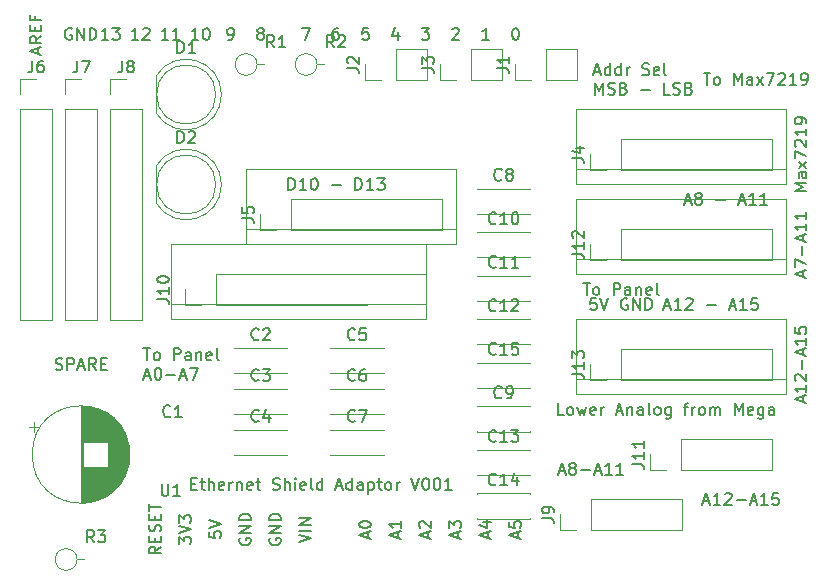
<source format=gbr>
G04 #@! TF.GenerationSoftware,KiCad,Pcbnew,(5.1.5-0-10_14)*
G04 #@! TF.CreationDate,2020-03-08T07:23:16+10:00*
G04 #@! TF.ProjectId,Arduino_NW_Template,41726475-696e-46f5-9f4e-575f54656d70,rev?*
G04 #@! TF.SameCoordinates,Original*
G04 #@! TF.FileFunction,Legend,Top*
G04 #@! TF.FilePolarity,Positive*
%FSLAX46Y46*%
G04 Gerber Fmt 4.6, Leading zero omitted, Abs format (unit mm)*
G04 Created by KiCad (PCBNEW (5.1.5-0-10_14)) date 2020-03-08 07:23:16*
%MOMM*%
%LPD*%
G04 APERTURE LIST*
%ADD10C,0.150000*%
%ADD11C,0.120000*%
G04 APERTURE END LIST*
D10*
X166172140Y-81581238D02*
X165172140Y-81581238D01*
X165886426Y-81247904D01*
X165172140Y-80914571D01*
X166172140Y-80914571D01*
X166172140Y-80009809D02*
X165648331Y-80009809D01*
X165553093Y-80057428D01*
X165505474Y-80152666D01*
X165505474Y-80343142D01*
X165553093Y-80438380D01*
X166124521Y-80009809D02*
X166172140Y-80105047D01*
X166172140Y-80343142D01*
X166124521Y-80438380D01*
X166029283Y-80486000D01*
X165934045Y-80486000D01*
X165838807Y-80438380D01*
X165791188Y-80343142D01*
X165791188Y-80105047D01*
X165743569Y-80009809D01*
X166172140Y-79628857D02*
X165505474Y-79105047D01*
X165505474Y-79628857D02*
X166172140Y-79105047D01*
X165172140Y-78819333D02*
X165172140Y-78152666D01*
X166172140Y-78581238D01*
X165267379Y-77819333D02*
X165219760Y-77771714D01*
X165172140Y-77676476D01*
X165172140Y-77438380D01*
X165219760Y-77343142D01*
X165267379Y-77295523D01*
X165362617Y-77247904D01*
X165457855Y-77247904D01*
X165600712Y-77295523D01*
X166172140Y-77866952D01*
X166172140Y-77247904D01*
X166172140Y-76295523D02*
X166172140Y-76866952D01*
X166172140Y-76581238D02*
X165172140Y-76581238D01*
X165314998Y-76676476D01*
X165410236Y-76771714D01*
X165457855Y-76866952D01*
X166172140Y-75819333D02*
X166172140Y-75628857D01*
X166124521Y-75533619D01*
X166076902Y-75486000D01*
X165934045Y-75390761D01*
X165743569Y-75343142D01*
X165362617Y-75343142D01*
X165267379Y-75390761D01*
X165219760Y-75438380D01*
X165172140Y-75533619D01*
X165172140Y-75724095D01*
X165219760Y-75819333D01*
X165267379Y-75866952D01*
X165362617Y-75914571D01*
X165600712Y-75914571D01*
X165695950Y-75866952D01*
X165743569Y-75819333D01*
X165791188Y-75724095D01*
X165791188Y-75533619D01*
X165743569Y-75438380D01*
X165695950Y-75390761D01*
X165600712Y-75343142D01*
X165886426Y-88820285D02*
X165886426Y-88344095D01*
X166172140Y-88915523D02*
X165172140Y-88582190D01*
X166172140Y-88248857D01*
X165172140Y-88010761D02*
X165172140Y-87344095D01*
X166172140Y-87772666D01*
X165791188Y-86963142D02*
X165791188Y-86201238D01*
X165886426Y-85772666D02*
X165886426Y-85296476D01*
X166172140Y-85867904D02*
X165172140Y-85534571D01*
X166172140Y-85201238D01*
X166172140Y-84344095D02*
X166172140Y-84915523D01*
X166172140Y-84629809D02*
X165172140Y-84629809D01*
X165314998Y-84725047D01*
X165410236Y-84820285D01*
X165457855Y-84915523D01*
X166172140Y-83391714D02*
X166172140Y-83963142D01*
X166172140Y-83677428D02*
X165172140Y-83677428D01*
X165314998Y-83772666D01*
X165410236Y-83867904D01*
X165457855Y-83963142D01*
X165886426Y-99456476D02*
X165886426Y-98980285D01*
X166172140Y-99551714D02*
X165172140Y-99218380D01*
X166172140Y-98885047D01*
X166172140Y-98027904D02*
X166172140Y-98599333D01*
X166172140Y-98313619D02*
X165172140Y-98313619D01*
X165314998Y-98408857D01*
X165410236Y-98504095D01*
X165457855Y-98599333D01*
X165267379Y-97646952D02*
X165219760Y-97599333D01*
X165172140Y-97504095D01*
X165172140Y-97266000D01*
X165219760Y-97170761D01*
X165267379Y-97123142D01*
X165362617Y-97075523D01*
X165457855Y-97075523D01*
X165600712Y-97123142D01*
X166172140Y-97694571D01*
X166172140Y-97075523D01*
X165791188Y-96646952D02*
X165791188Y-95885047D01*
X165886426Y-95456476D02*
X165886426Y-94980285D01*
X166172140Y-95551714D02*
X165172140Y-95218380D01*
X166172140Y-94885047D01*
X166172140Y-94027904D02*
X166172140Y-94599333D01*
X166172140Y-94313619D02*
X165172140Y-94313619D01*
X165314998Y-94408857D01*
X165410236Y-94504095D01*
X165457855Y-94599333D01*
X165172140Y-93123142D02*
X165172140Y-93599333D01*
X165648331Y-93646952D01*
X165600712Y-93599333D01*
X165553093Y-93504095D01*
X165553093Y-93266000D01*
X165600712Y-93170761D01*
X165648331Y-93123142D01*
X165743569Y-93075523D01*
X165981664Y-93075523D01*
X166076902Y-93123142D01*
X166124521Y-93170761D01*
X166172140Y-93266000D01*
X166172140Y-93504095D01*
X166124521Y-93599333D01*
X166076902Y-93646952D01*
X122302140Y-81478380D02*
X122302140Y-80478380D01*
X122540236Y-80478380D01*
X122683093Y-80526000D01*
X122778331Y-80621238D01*
X122825950Y-80716476D01*
X122873569Y-80906952D01*
X122873569Y-81049809D01*
X122825950Y-81240285D01*
X122778331Y-81335523D01*
X122683093Y-81430761D01*
X122540236Y-81478380D01*
X122302140Y-81478380D01*
X123825950Y-81478380D02*
X123254521Y-81478380D01*
X123540236Y-81478380D02*
X123540236Y-80478380D01*
X123444998Y-80621238D01*
X123349760Y-80716476D01*
X123254521Y-80764095D01*
X124444998Y-80478380D02*
X124540236Y-80478380D01*
X124635474Y-80526000D01*
X124683093Y-80573619D01*
X124730712Y-80668857D01*
X124778331Y-80859333D01*
X124778331Y-81097428D01*
X124730712Y-81287904D01*
X124683093Y-81383142D01*
X124635474Y-81430761D01*
X124540236Y-81478380D01*
X124444998Y-81478380D01*
X124349760Y-81430761D01*
X124302140Y-81383142D01*
X124254521Y-81287904D01*
X124206902Y-81097428D01*
X124206902Y-80859333D01*
X124254521Y-80668857D01*
X124302140Y-80573619D01*
X124349760Y-80526000D01*
X124444998Y-80478380D01*
X125968807Y-81097428D02*
X126730712Y-81097428D01*
X127968807Y-81478380D02*
X127968807Y-80478380D01*
X128206902Y-80478380D01*
X128349760Y-80526000D01*
X128444998Y-80621238D01*
X128492617Y-80716476D01*
X128540236Y-80906952D01*
X128540236Y-81049809D01*
X128492617Y-81240285D01*
X128444998Y-81335523D01*
X128349760Y-81430761D01*
X128206902Y-81478380D01*
X127968807Y-81478380D01*
X129492617Y-81478380D02*
X128921188Y-81478380D01*
X129206902Y-81478380D02*
X129206902Y-80478380D01*
X129111664Y-80621238D01*
X129016426Y-80716476D01*
X128921188Y-80764095D01*
X129825950Y-80478380D02*
X130444998Y-80478380D01*
X130111664Y-80859333D01*
X130254521Y-80859333D01*
X130349760Y-80906952D01*
X130397379Y-80954571D01*
X130444998Y-81049809D01*
X130444998Y-81287904D01*
X130397379Y-81383142D01*
X130349760Y-81430761D01*
X130254521Y-81478380D01*
X129968807Y-81478380D01*
X129873569Y-81430761D01*
X129825950Y-81383142D01*
X110032498Y-94893380D02*
X110603926Y-94893380D01*
X110318212Y-95893380D02*
X110318212Y-94893380D01*
X111080117Y-95893380D02*
X110984879Y-95845761D01*
X110937260Y-95798142D01*
X110889640Y-95702904D01*
X110889640Y-95417190D01*
X110937260Y-95321952D01*
X110984879Y-95274333D01*
X111080117Y-95226714D01*
X111222974Y-95226714D01*
X111318212Y-95274333D01*
X111365831Y-95321952D01*
X111413450Y-95417190D01*
X111413450Y-95702904D01*
X111365831Y-95798142D01*
X111318212Y-95845761D01*
X111222974Y-95893380D01*
X111080117Y-95893380D01*
X112603926Y-95893380D02*
X112603926Y-94893380D01*
X112984879Y-94893380D01*
X113080117Y-94941000D01*
X113127736Y-94988619D01*
X113175355Y-95083857D01*
X113175355Y-95226714D01*
X113127736Y-95321952D01*
X113080117Y-95369571D01*
X112984879Y-95417190D01*
X112603926Y-95417190D01*
X114032498Y-95893380D02*
X114032498Y-95369571D01*
X113984879Y-95274333D01*
X113889640Y-95226714D01*
X113699164Y-95226714D01*
X113603926Y-95274333D01*
X114032498Y-95845761D02*
X113937260Y-95893380D01*
X113699164Y-95893380D01*
X113603926Y-95845761D01*
X113556307Y-95750523D01*
X113556307Y-95655285D01*
X113603926Y-95560047D01*
X113699164Y-95512428D01*
X113937260Y-95512428D01*
X114032498Y-95464809D01*
X114508688Y-95226714D02*
X114508688Y-95893380D01*
X114508688Y-95321952D02*
X114556307Y-95274333D01*
X114651545Y-95226714D01*
X114794402Y-95226714D01*
X114889640Y-95274333D01*
X114937260Y-95369571D01*
X114937260Y-95893380D01*
X115794402Y-95845761D02*
X115699164Y-95893380D01*
X115508688Y-95893380D01*
X115413450Y-95845761D01*
X115365831Y-95750523D01*
X115365831Y-95369571D01*
X115413450Y-95274333D01*
X115508688Y-95226714D01*
X115699164Y-95226714D01*
X115794402Y-95274333D01*
X115842021Y-95369571D01*
X115842021Y-95464809D01*
X115365831Y-95560047D01*
X116413450Y-95893380D02*
X116318212Y-95845761D01*
X116270593Y-95750523D01*
X116270593Y-94893380D01*
X110127736Y-97257666D02*
X110603926Y-97257666D01*
X110032498Y-97543380D02*
X110365831Y-96543380D01*
X110699164Y-97543380D01*
X111222974Y-96543380D02*
X111318212Y-96543380D01*
X111413450Y-96591000D01*
X111461069Y-96638619D01*
X111508688Y-96733857D01*
X111556307Y-96924333D01*
X111556307Y-97162428D01*
X111508688Y-97352904D01*
X111461069Y-97448142D01*
X111413450Y-97495761D01*
X111318212Y-97543380D01*
X111222974Y-97543380D01*
X111127736Y-97495761D01*
X111080117Y-97448142D01*
X111032498Y-97352904D01*
X110984879Y-97162428D01*
X110984879Y-96924333D01*
X111032498Y-96733857D01*
X111080117Y-96638619D01*
X111127736Y-96591000D01*
X111222974Y-96543380D01*
X111984879Y-97162428D02*
X112746783Y-97162428D01*
X113175355Y-97257666D02*
X113651545Y-97257666D01*
X113080117Y-97543380D02*
X113413450Y-96543380D01*
X113746783Y-97543380D01*
X113984879Y-96543380D02*
X114651545Y-96543380D01*
X114222974Y-97543380D01*
X114079760Y-106354571D02*
X114413093Y-106354571D01*
X114555950Y-106878380D02*
X114079760Y-106878380D01*
X114079760Y-105878380D01*
X114555950Y-105878380D01*
X114841664Y-106211714D02*
X115222617Y-106211714D01*
X114984521Y-105878380D02*
X114984521Y-106735523D01*
X115032140Y-106830761D01*
X115127379Y-106878380D01*
X115222617Y-106878380D01*
X115555950Y-106878380D02*
X115555950Y-105878380D01*
X115984521Y-106878380D02*
X115984521Y-106354571D01*
X115936902Y-106259333D01*
X115841664Y-106211714D01*
X115698807Y-106211714D01*
X115603569Y-106259333D01*
X115555950Y-106306952D01*
X116841664Y-106830761D02*
X116746426Y-106878380D01*
X116555950Y-106878380D01*
X116460712Y-106830761D01*
X116413093Y-106735523D01*
X116413093Y-106354571D01*
X116460712Y-106259333D01*
X116555950Y-106211714D01*
X116746426Y-106211714D01*
X116841664Y-106259333D01*
X116889283Y-106354571D01*
X116889283Y-106449809D01*
X116413093Y-106545047D01*
X117317855Y-106878380D02*
X117317855Y-106211714D01*
X117317855Y-106402190D02*
X117365474Y-106306952D01*
X117413093Y-106259333D01*
X117508331Y-106211714D01*
X117603569Y-106211714D01*
X117936902Y-106211714D02*
X117936902Y-106878380D01*
X117936902Y-106306952D02*
X117984521Y-106259333D01*
X118079760Y-106211714D01*
X118222617Y-106211714D01*
X118317855Y-106259333D01*
X118365474Y-106354571D01*
X118365474Y-106878380D01*
X119222617Y-106830761D02*
X119127379Y-106878380D01*
X118936902Y-106878380D01*
X118841664Y-106830761D01*
X118794045Y-106735523D01*
X118794045Y-106354571D01*
X118841664Y-106259333D01*
X118936902Y-106211714D01*
X119127379Y-106211714D01*
X119222617Y-106259333D01*
X119270236Y-106354571D01*
X119270236Y-106449809D01*
X118794045Y-106545047D01*
X119555950Y-106211714D02*
X119936902Y-106211714D01*
X119698807Y-105878380D02*
X119698807Y-106735523D01*
X119746426Y-106830761D01*
X119841664Y-106878380D01*
X119936902Y-106878380D01*
X120984521Y-106830761D02*
X121127379Y-106878380D01*
X121365474Y-106878380D01*
X121460712Y-106830761D01*
X121508331Y-106783142D01*
X121555950Y-106687904D01*
X121555950Y-106592666D01*
X121508331Y-106497428D01*
X121460712Y-106449809D01*
X121365474Y-106402190D01*
X121174998Y-106354571D01*
X121079760Y-106306952D01*
X121032140Y-106259333D01*
X120984521Y-106164095D01*
X120984521Y-106068857D01*
X121032140Y-105973619D01*
X121079760Y-105926000D01*
X121174998Y-105878380D01*
X121413093Y-105878380D01*
X121555950Y-105926000D01*
X121984521Y-106878380D02*
X121984521Y-105878380D01*
X122413093Y-106878380D02*
X122413093Y-106354571D01*
X122365474Y-106259333D01*
X122270236Y-106211714D01*
X122127379Y-106211714D01*
X122032140Y-106259333D01*
X121984521Y-106306952D01*
X122889283Y-106878380D02*
X122889283Y-106211714D01*
X122889283Y-105878380D02*
X122841664Y-105926000D01*
X122889283Y-105973619D01*
X122936902Y-105926000D01*
X122889283Y-105878380D01*
X122889283Y-105973619D01*
X123746426Y-106830761D02*
X123651188Y-106878380D01*
X123460712Y-106878380D01*
X123365474Y-106830761D01*
X123317855Y-106735523D01*
X123317855Y-106354571D01*
X123365474Y-106259333D01*
X123460712Y-106211714D01*
X123651188Y-106211714D01*
X123746426Y-106259333D01*
X123794045Y-106354571D01*
X123794045Y-106449809D01*
X123317855Y-106545047D01*
X124365474Y-106878380D02*
X124270236Y-106830761D01*
X124222617Y-106735523D01*
X124222617Y-105878380D01*
X125174998Y-106878380D02*
X125174998Y-105878380D01*
X125174998Y-106830761D02*
X125079760Y-106878380D01*
X124889283Y-106878380D01*
X124794045Y-106830761D01*
X124746426Y-106783142D01*
X124698807Y-106687904D01*
X124698807Y-106402190D01*
X124746426Y-106306952D01*
X124794045Y-106259333D01*
X124889283Y-106211714D01*
X125079760Y-106211714D01*
X125174998Y-106259333D01*
X126365474Y-106592666D02*
X126841664Y-106592666D01*
X126270236Y-106878380D02*
X126603569Y-105878380D01*
X126936902Y-106878380D01*
X127698807Y-106878380D02*
X127698807Y-105878380D01*
X127698807Y-106830761D02*
X127603569Y-106878380D01*
X127413093Y-106878380D01*
X127317855Y-106830761D01*
X127270236Y-106783142D01*
X127222617Y-106687904D01*
X127222617Y-106402190D01*
X127270236Y-106306952D01*
X127317855Y-106259333D01*
X127413093Y-106211714D01*
X127603569Y-106211714D01*
X127698807Y-106259333D01*
X128603569Y-106878380D02*
X128603569Y-106354571D01*
X128555950Y-106259333D01*
X128460712Y-106211714D01*
X128270236Y-106211714D01*
X128174998Y-106259333D01*
X128603569Y-106830761D02*
X128508331Y-106878380D01*
X128270236Y-106878380D01*
X128174998Y-106830761D01*
X128127379Y-106735523D01*
X128127379Y-106640285D01*
X128174998Y-106545047D01*
X128270236Y-106497428D01*
X128508331Y-106497428D01*
X128603569Y-106449809D01*
X129079760Y-106211714D02*
X129079760Y-107211714D01*
X129079760Y-106259333D02*
X129174998Y-106211714D01*
X129365474Y-106211714D01*
X129460712Y-106259333D01*
X129508331Y-106306952D01*
X129555950Y-106402190D01*
X129555950Y-106687904D01*
X129508331Y-106783142D01*
X129460712Y-106830761D01*
X129365474Y-106878380D01*
X129174998Y-106878380D01*
X129079760Y-106830761D01*
X129841664Y-106211714D02*
X130222617Y-106211714D01*
X129984521Y-105878380D02*
X129984521Y-106735523D01*
X130032140Y-106830761D01*
X130127379Y-106878380D01*
X130222617Y-106878380D01*
X130698807Y-106878380D02*
X130603569Y-106830761D01*
X130555950Y-106783142D01*
X130508331Y-106687904D01*
X130508331Y-106402190D01*
X130555950Y-106306952D01*
X130603569Y-106259333D01*
X130698807Y-106211714D01*
X130841664Y-106211714D01*
X130936902Y-106259333D01*
X130984521Y-106306952D01*
X131032140Y-106402190D01*
X131032140Y-106687904D01*
X130984521Y-106783142D01*
X130936902Y-106830761D01*
X130841664Y-106878380D01*
X130698807Y-106878380D01*
X131460712Y-106878380D02*
X131460712Y-106211714D01*
X131460712Y-106402190D02*
X131508331Y-106306952D01*
X131555950Y-106259333D01*
X131651188Y-106211714D01*
X131746426Y-106211714D01*
X132698807Y-105878380D02*
X133032140Y-106878380D01*
X133365474Y-105878380D01*
X133889283Y-105878380D02*
X133984521Y-105878380D01*
X134079760Y-105926000D01*
X134127379Y-105973619D01*
X134174998Y-106068857D01*
X134222617Y-106259333D01*
X134222617Y-106497428D01*
X134174998Y-106687904D01*
X134127379Y-106783142D01*
X134079760Y-106830761D01*
X133984521Y-106878380D01*
X133889283Y-106878380D01*
X133794045Y-106830761D01*
X133746426Y-106783142D01*
X133698807Y-106687904D01*
X133651188Y-106497428D01*
X133651188Y-106259333D01*
X133698807Y-106068857D01*
X133746426Y-105973619D01*
X133794045Y-105926000D01*
X133889283Y-105878380D01*
X134841664Y-105878380D02*
X134936902Y-105878380D01*
X135032140Y-105926000D01*
X135079760Y-105973619D01*
X135127379Y-106068857D01*
X135174998Y-106259333D01*
X135174998Y-106497428D01*
X135127379Y-106687904D01*
X135079760Y-106783142D01*
X135032140Y-106830761D01*
X134936902Y-106878380D01*
X134841664Y-106878380D01*
X134746426Y-106830761D01*
X134698807Y-106783142D01*
X134651188Y-106687904D01*
X134603569Y-106497428D01*
X134603569Y-106259333D01*
X134651188Y-106068857D01*
X134698807Y-105973619D01*
X134746426Y-105926000D01*
X134841664Y-105878380D01*
X136127379Y-106878380D02*
X135555950Y-106878380D01*
X135841664Y-106878380D02*
X135841664Y-105878380D01*
X135746426Y-106021238D01*
X135651188Y-106116476D01*
X135555950Y-106164095D01*
X148227736Y-71477666D02*
X148703926Y-71477666D01*
X148132498Y-71763380D02*
X148465831Y-70763380D01*
X148799164Y-71763380D01*
X149561069Y-71763380D02*
X149561069Y-70763380D01*
X149561069Y-71715761D02*
X149465831Y-71763380D01*
X149275355Y-71763380D01*
X149180117Y-71715761D01*
X149132498Y-71668142D01*
X149084879Y-71572904D01*
X149084879Y-71287190D01*
X149132498Y-71191952D01*
X149180117Y-71144333D01*
X149275355Y-71096714D01*
X149465831Y-71096714D01*
X149561069Y-71144333D01*
X150465831Y-71763380D02*
X150465831Y-70763380D01*
X150465831Y-71715761D02*
X150370593Y-71763380D01*
X150180117Y-71763380D01*
X150084879Y-71715761D01*
X150037260Y-71668142D01*
X149989640Y-71572904D01*
X149989640Y-71287190D01*
X150037260Y-71191952D01*
X150084879Y-71144333D01*
X150180117Y-71096714D01*
X150370593Y-71096714D01*
X150465831Y-71144333D01*
X150942021Y-71763380D02*
X150942021Y-71096714D01*
X150942021Y-71287190D02*
X150989640Y-71191952D01*
X151037260Y-71144333D01*
X151132498Y-71096714D01*
X151227736Y-71096714D01*
X152275355Y-71715761D02*
X152418212Y-71763380D01*
X152656307Y-71763380D01*
X152751545Y-71715761D01*
X152799164Y-71668142D01*
X152846783Y-71572904D01*
X152846783Y-71477666D01*
X152799164Y-71382428D01*
X152751545Y-71334809D01*
X152656307Y-71287190D01*
X152465831Y-71239571D01*
X152370593Y-71191952D01*
X152322974Y-71144333D01*
X152275355Y-71049095D01*
X152275355Y-70953857D01*
X152322974Y-70858619D01*
X152370593Y-70811000D01*
X152465831Y-70763380D01*
X152703926Y-70763380D01*
X152846783Y-70811000D01*
X153656307Y-71715761D02*
X153561069Y-71763380D01*
X153370593Y-71763380D01*
X153275355Y-71715761D01*
X153227736Y-71620523D01*
X153227736Y-71239571D01*
X153275355Y-71144333D01*
X153370593Y-71096714D01*
X153561069Y-71096714D01*
X153656307Y-71144333D01*
X153703926Y-71239571D01*
X153703926Y-71334809D01*
X153227736Y-71430047D01*
X154275355Y-71763380D02*
X154180117Y-71715761D01*
X154132498Y-71620523D01*
X154132498Y-70763380D01*
X148275355Y-73413380D02*
X148275355Y-72413380D01*
X148608688Y-73127666D01*
X148942021Y-72413380D01*
X148942021Y-73413380D01*
X149370593Y-73365761D02*
X149513450Y-73413380D01*
X149751545Y-73413380D01*
X149846783Y-73365761D01*
X149894402Y-73318142D01*
X149942021Y-73222904D01*
X149942021Y-73127666D01*
X149894402Y-73032428D01*
X149846783Y-72984809D01*
X149751545Y-72937190D01*
X149561069Y-72889571D01*
X149465831Y-72841952D01*
X149418212Y-72794333D01*
X149370593Y-72699095D01*
X149370593Y-72603857D01*
X149418212Y-72508619D01*
X149465831Y-72461000D01*
X149561069Y-72413380D01*
X149799164Y-72413380D01*
X149942021Y-72461000D01*
X150703926Y-72889571D02*
X150846783Y-72937190D01*
X150894402Y-72984809D01*
X150942021Y-73080047D01*
X150942021Y-73222904D01*
X150894402Y-73318142D01*
X150846783Y-73365761D01*
X150751545Y-73413380D01*
X150370593Y-73413380D01*
X150370593Y-72413380D01*
X150703926Y-72413380D01*
X150799164Y-72461000D01*
X150846783Y-72508619D01*
X150894402Y-72603857D01*
X150894402Y-72699095D01*
X150846783Y-72794333D01*
X150799164Y-72841952D01*
X150703926Y-72889571D01*
X150370593Y-72889571D01*
X152132498Y-73032428D02*
X152894402Y-73032428D01*
X154608688Y-73413380D02*
X154132498Y-73413380D01*
X154132498Y-72413380D01*
X154894402Y-73365761D02*
X155037260Y-73413380D01*
X155275355Y-73413380D01*
X155370593Y-73365761D01*
X155418212Y-73318142D01*
X155465831Y-73222904D01*
X155465831Y-73127666D01*
X155418212Y-73032428D01*
X155370593Y-72984809D01*
X155275355Y-72937190D01*
X155084879Y-72889571D01*
X154989640Y-72841952D01*
X154942021Y-72794333D01*
X154894402Y-72699095D01*
X154894402Y-72603857D01*
X154942021Y-72508619D01*
X154989640Y-72461000D01*
X155084879Y-72413380D01*
X155322974Y-72413380D01*
X155465831Y-72461000D01*
X156227736Y-72889571D02*
X156370593Y-72937190D01*
X156418212Y-72984809D01*
X156465831Y-73080047D01*
X156465831Y-73222904D01*
X156418212Y-73318142D01*
X156370593Y-73365761D01*
X156275355Y-73413380D01*
X155894402Y-73413380D01*
X155894402Y-72413380D01*
X156227736Y-72413380D01*
X156322974Y-72461000D01*
X156370593Y-72508619D01*
X156418212Y-72603857D01*
X156418212Y-72699095D01*
X156370593Y-72794333D01*
X156322974Y-72841952D01*
X156227736Y-72889571D01*
X155894402Y-72889571D01*
X157457379Y-71588380D02*
X158028807Y-71588380D01*
X157743093Y-72588380D02*
X157743093Y-71588380D01*
X158504998Y-72588380D02*
X158409760Y-72540761D01*
X158362140Y-72493142D01*
X158314521Y-72397904D01*
X158314521Y-72112190D01*
X158362140Y-72016952D01*
X158409760Y-71969333D01*
X158504998Y-71921714D01*
X158647855Y-71921714D01*
X158743093Y-71969333D01*
X158790712Y-72016952D01*
X158838331Y-72112190D01*
X158838331Y-72397904D01*
X158790712Y-72493142D01*
X158743093Y-72540761D01*
X158647855Y-72588380D01*
X158504998Y-72588380D01*
X160028807Y-72588380D02*
X160028807Y-71588380D01*
X160362140Y-72302666D01*
X160695474Y-71588380D01*
X160695474Y-72588380D01*
X161600236Y-72588380D02*
X161600236Y-72064571D01*
X161552617Y-71969333D01*
X161457379Y-71921714D01*
X161266902Y-71921714D01*
X161171664Y-71969333D01*
X161600236Y-72540761D02*
X161504998Y-72588380D01*
X161266902Y-72588380D01*
X161171664Y-72540761D01*
X161124045Y-72445523D01*
X161124045Y-72350285D01*
X161171664Y-72255047D01*
X161266902Y-72207428D01*
X161504998Y-72207428D01*
X161600236Y-72159809D01*
X161981188Y-72588380D02*
X162504998Y-71921714D01*
X161981188Y-71921714D02*
X162504998Y-72588380D01*
X162790712Y-71588380D02*
X163457379Y-71588380D01*
X163028807Y-72588380D01*
X163790712Y-71683619D02*
X163838331Y-71636000D01*
X163933569Y-71588380D01*
X164171664Y-71588380D01*
X164266902Y-71636000D01*
X164314521Y-71683619D01*
X164362140Y-71778857D01*
X164362140Y-71874095D01*
X164314521Y-72016952D01*
X163743093Y-72588380D01*
X164362140Y-72588380D01*
X165314521Y-72588380D02*
X164743093Y-72588380D01*
X165028807Y-72588380D02*
X165028807Y-71588380D01*
X164933569Y-71731238D01*
X164838331Y-71826476D01*
X164743093Y-71874095D01*
X165790712Y-72588380D02*
X165981188Y-72588380D01*
X166076426Y-72540761D01*
X166124045Y-72493142D01*
X166219283Y-72350285D01*
X166266902Y-72159809D01*
X166266902Y-71778857D01*
X166219283Y-71683619D01*
X166171664Y-71636000D01*
X166076426Y-71588380D01*
X165885950Y-71588380D01*
X165790712Y-71636000D01*
X165743093Y-71683619D01*
X165695474Y-71778857D01*
X165695474Y-72016952D01*
X165743093Y-72112190D01*
X165790712Y-72159809D01*
X165885950Y-72207428D01*
X166076426Y-72207428D01*
X166171664Y-72159809D01*
X166219283Y-72112190D01*
X166266902Y-72016952D01*
X155893569Y-82462666D02*
X156369760Y-82462666D01*
X155798331Y-82748380D02*
X156131664Y-81748380D01*
X156464998Y-82748380D01*
X156941188Y-82176952D02*
X156845950Y-82129333D01*
X156798331Y-82081714D01*
X156750712Y-81986476D01*
X156750712Y-81938857D01*
X156798331Y-81843619D01*
X156845950Y-81796000D01*
X156941188Y-81748380D01*
X157131664Y-81748380D01*
X157226902Y-81796000D01*
X157274521Y-81843619D01*
X157322140Y-81938857D01*
X157322140Y-81986476D01*
X157274521Y-82081714D01*
X157226902Y-82129333D01*
X157131664Y-82176952D01*
X156941188Y-82176952D01*
X156845950Y-82224571D01*
X156798331Y-82272190D01*
X156750712Y-82367428D01*
X156750712Y-82557904D01*
X156798331Y-82653142D01*
X156845950Y-82700761D01*
X156941188Y-82748380D01*
X157131664Y-82748380D01*
X157226902Y-82700761D01*
X157274521Y-82653142D01*
X157322140Y-82557904D01*
X157322140Y-82367428D01*
X157274521Y-82272190D01*
X157226902Y-82224571D01*
X157131664Y-82176952D01*
X158512617Y-82367428D02*
X159274521Y-82367428D01*
X160464998Y-82462666D02*
X160941188Y-82462666D01*
X160369760Y-82748380D02*
X160703093Y-81748380D01*
X161036426Y-82748380D01*
X161893569Y-82748380D02*
X161322140Y-82748380D01*
X161607855Y-82748380D02*
X161607855Y-81748380D01*
X161512617Y-81891238D01*
X161417379Y-81986476D01*
X161322140Y-82034095D01*
X162845950Y-82748380D02*
X162274521Y-82748380D01*
X162560236Y-82748380D02*
X162560236Y-81748380D01*
X162464998Y-81891238D01*
X162369760Y-81986476D01*
X162274521Y-82034095D01*
X148384521Y-90638380D02*
X147908331Y-90638380D01*
X147860712Y-91114571D01*
X147908331Y-91066952D01*
X148003569Y-91019333D01*
X148241664Y-91019333D01*
X148336902Y-91066952D01*
X148384521Y-91114571D01*
X148432140Y-91209809D01*
X148432140Y-91447904D01*
X148384521Y-91543142D01*
X148336902Y-91590761D01*
X148241664Y-91638380D01*
X148003569Y-91638380D01*
X147908331Y-91590761D01*
X147860712Y-91543142D01*
X148717855Y-90638380D02*
X149051188Y-91638380D01*
X149384521Y-90638380D01*
X151003569Y-90686000D02*
X150908331Y-90638380D01*
X150765474Y-90638380D01*
X150622617Y-90686000D01*
X150527379Y-90781238D01*
X150479760Y-90876476D01*
X150432140Y-91066952D01*
X150432140Y-91209809D01*
X150479760Y-91400285D01*
X150527379Y-91495523D01*
X150622617Y-91590761D01*
X150765474Y-91638380D01*
X150860712Y-91638380D01*
X151003569Y-91590761D01*
X151051188Y-91543142D01*
X151051188Y-91209809D01*
X150860712Y-91209809D01*
X151479760Y-91638380D02*
X151479760Y-90638380D01*
X152051188Y-91638380D01*
X152051188Y-90638380D01*
X152527379Y-91638380D02*
X152527379Y-90638380D01*
X152765474Y-90638380D01*
X152908331Y-90686000D01*
X153003569Y-90781238D01*
X153051188Y-90876476D01*
X153098807Y-91066952D01*
X153098807Y-91209809D01*
X153051188Y-91400285D01*
X153003569Y-91495523D01*
X152908331Y-91590761D01*
X152765474Y-91638380D01*
X152527379Y-91638380D01*
X154147379Y-91352666D02*
X154623569Y-91352666D01*
X154052140Y-91638380D02*
X154385474Y-90638380D01*
X154718807Y-91638380D01*
X155575950Y-91638380D02*
X155004521Y-91638380D01*
X155290236Y-91638380D02*
X155290236Y-90638380D01*
X155194998Y-90781238D01*
X155099760Y-90876476D01*
X155004521Y-90924095D01*
X155956902Y-90733619D02*
X156004521Y-90686000D01*
X156099760Y-90638380D01*
X156337855Y-90638380D01*
X156433093Y-90686000D01*
X156480712Y-90733619D01*
X156528331Y-90828857D01*
X156528331Y-90924095D01*
X156480712Y-91066952D01*
X155909283Y-91638380D01*
X156528331Y-91638380D01*
X157718807Y-91257428D02*
X158480712Y-91257428D01*
X159671188Y-91352666D02*
X160147379Y-91352666D01*
X159575950Y-91638380D02*
X159909283Y-90638380D01*
X160242617Y-91638380D01*
X161099760Y-91638380D02*
X160528331Y-91638380D01*
X160814045Y-91638380D02*
X160814045Y-90638380D01*
X160718807Y-90781238D01*
X160623569Y-90876476D01*
X160528331Y-90924095D01*
X162004521Y-90638380D02*
X161528331Y-90638380D01*
X161480712Y-91114571D01*
X161528331Y-91066952D01*
X161623569Y-91019333D01*
X161861664Y-91019333D01*
X161956902Y-91066952D01*
X162004521Y-91114571D01*
X162052140Y-91209809D01*
X162052140Y-91447904D01*
X162004521Y-91543142D01*
X161956902Y-91590761D01*
X161861664Y-91638380D01*
X161623569Y-91638380D01*
X161528331Y-91590761D01*
X161480712Y-91543142D01*
X147265474Y-89368380D02*
X147836902Y-89368380D01*
X147551188Y-90368380D02*
X147551188Y-89368380D01*
X148313093Y-90368380D02*
X148217855Y-90320761D01*
X148170236Y-90273142D01*
X148122617Y-90177904D01*
X148122617Y-89892190D01*
X148170236Y-89796952D01*
X148217855Y-89749333D01*
X148313093Y-89701714D01*
X148455950Y-89701714D01*
X148551188Y-89749333D01*
X148598807Y-89796952D01*
X148646426Y-89892190D01*
X148646426Y-90177904D01*
X148598807Y-90273142D01*
X148551188Y-90320761D01*
X148455950Y-90368380D01*
X148313093Y-90368380D01*
X149836902Y-90368380D02*
X149836902Y-89368380D01*
X150217855Y-89368380D01*
X150313093Y-89416000D01*
X150360712Y-89463619D01*
X150408331Y-89558857D01*
X150408331Y-89701714D01*
X150360712Y-89796952D01*
X150313093Y-89844571D01*
X150217855Y-89892190D01*
X149836902Y-89892190D01*
X151265474Y-90368380D02*
X151265474Y-89844571D01*
X151217855Y-89749333D01*
X151122617Y-89701714D01*
X150932140Y-89701714D01*
X150836902Y-89749333D01*
X151265474Y-90320761D02*
X151170236Y-90368380D01*
X150932140Y-90368380D01*
X150836902Y-90320761D01*
X150789283Y-90225523D01*
X150789283Y-90130285D01*
X150836902Y-90035047D01*
X150932140Y-89987428D01*
X151170236Y-89987428D01*
X151265474Y-89939809D01*
X151741664Y-89701714D02*
X151741664Y-90368380D01*
X151741664Y-89796952D02*
X151789283Y-89749333D01*
X151884521Y-89701714D01*
X152027379Y-89701714D01*
X152122617Y-89749333D01*
X152170236Y-89844571D01*
X152170236Y-90368380D01*
X153027379Y-90320761D02*
X152932140Y-90368380D01*
X152741664Y-90368380D01*
X152646426Y-90320761D01*
X152598807Y-90225523D01*
X152598807Y-89844571D01*
X152646426Y-89749333D01*
X152741664Y-89701714D01*
X152932140Y-89701714D01*
X153027379Y-89749333D01*
X153074998Y-89844571D01*
X153074998Y-89939809D01*
X152598807Y-90035047D01*
X153646426Y-90368380D02*
X153551188Y-90320761D01*
X153503569Y-90225523D01*
X153503569Y-89368380D01*
X157449283Y-107862666D02*
X157925474Y-107862666D01*
X157354045Y-108148380D02*
X157687379Y-107148380D01*
X158020712Y-108148380D01*
X158877855Y-108148380D02*
X158306426Y-108148380D01*
X158592140Y-108148380D02*
X158592140Y-107148380D01*
X158496902Y-107291238D01*
X158401664Y-107386476D01*
X158306426Y-107434095D01*
X159258807Y-107243619D02*
X159306426Y-107196000D01*
X159401664Y-107148380D01*
X159639760Y-107148380D01*
X159734998Y-107196000D01*
X159782617Y-107243619D01*
X159830236Y-107338857D01*
X159830236Y-107434095D01*
X159782617Y-107576952D01*
X159211188Y-108148380D01*
X159830236Y-108148380D01*
X160258807Y-107767428D02*
X161020712Y-107767428D01*
X161449283Y-107862666D02*
X161925474Y-107862666D01*
X161354045Y-108148380D02*
X161687379Y-107148380D01*
X162020712Y-108148380D01*
X162877855Y-108148380D02*
X162306426Y-108148380D01*
X162592140Y-108148380D02*
X162592140Y-107148380D01*
X162496902Y-107291238D01*
X162401664Y-107386476D01*
X162306426Y-107434095D01*
X163782617Y-107148380D02*
X163306426Y-107148380D01*
X163258807Y-107624571D01*
X163306426Y-107576952D01*
X163401664Y-107529333D01*
X163639760Y-107529333D01*
X163734998Y-107576952D01*
X163782617Y-107624571D01*
X163830236Y-107719809D01*
X163830236Y-107957904D01*
X163782617Y-108053142D01*
X163734998Y-108100761D01*
X163639760Y-108148380D01*
X163401664Y-108148380D01*
X163306426Y-108100761D01*
X163258807Y-108053142D01*
X145225474Y-105322666D02*
X145701664Y-105322666D01*
X145130236Y-105608380D02*
X145463569Y-104608380D01*
X145796902Y-105608380D01*
X146273093Y-105036952D02*
X146177855Y-104989333D01*
X146130236Y-104941714D01*
X146082617Y-104846476D01*
X146082617Y-104798857D01*
X146130236Y-104703619D01*
X146177855Y-104656000D01*
X146273093Y-104608380D01*
X146463569Y-104608380D01*
X146558807Y-104656000D01*
X146606426Y-104703619D01*
X146654045Y-104798857D01*
X146654045Y-104846476D01*
X146606426Y-104941714D01*
X146558807Y-104989333D01*
X146463569Y-105036952D01*
X146273093Y-105036952D01*
X146177855Y-105084571D01*
X146130236Y-105132190D01*
X146082617Y-105227428D01*
X146082617Y-105417904D01*
X146130236Y-105513142D01*
X146177855Y-105560761D01*
X146273093Y-105608380D01*
X146463569Y-105608380D01*
X146558807Y-105560761D01*
X146606426Y-105513142D01*
X146654045Y-105417904D01*
X146654045Y-105227428D01*
X146606426Y-105132190D01*
X146558807Y-105084571D01*
X146463569Y-105036952D01*
X147082617Y-105227428D02*
X147844521Y-105227428D01*
X148273093Y-105322666D02*
X148749283Y-105322666D01*
X148177855Y-105608380D02*
X148511188Y-104608380D01*
X148844521Y-105608380D01*
X149701664Y-105608380D02*
X149130236Y-105608380D01*
X149415950Y-105608380D02*
X149415950Y-104608380D01*
X149320712Y-104751238D01*
X149225474Y-104846476D01*
X149130236Y-104894095D01*
X150654045Y-105608380D02*
X150082617Y-105608380D01*
X150368331Y-105608380D02*
X150368331Y-104608380D01*
X150273093Y-104751238D01*
X150177855Y-104846476D01*
X150082617Y-104894095D01*
X145623093Y-100528380D02*
X145146902Y-100528380D01*
X145146902Y-99528380D01*
X146099283Y-100528380D02*
X146004045Y-100480761D01*
X145956426Y-100433142D01*
X145908807Y-100337904D01*
X145908807Y-100052190D01*
X145956426Y-99956952D01*
X146004045Y-99909333D01*
X146099283Y-99861714D01*
X146242140Y-99861714D01*
X146337379Y-99909333D01*
X146384998Y-99956952D01*
X146432617Y-100052190D01*
X146432617Y-100337904D01*
X146384998Y-100433142D01*
X146337379Y-100480761D01*
X146242140Y-100528380D01*
X146099283Y-100528380D01*
X146765950Y-99861714D02*
X146956426Y-100528380D01*
X147146902Y-100052190D01*
X147337379Y-100528380D01*
X147527855Y-99861714D01*
X148289760Y-100480761D02*
X148194521Y-100528380D01*
X148004045Y-100528380D01*
X147908807Y-100480761D01*
X147861188Y-100385523D01*
X147861188Y-100004571D01*
X147908807Y-99909333D01*
X148004045Y-99861714D01*
X148194521Y-99861714D01*
X148289760Y-99909333D01*
X148337379Y-100004571D01*
X148337379Y-100099809D01*
X147861188Y-100195047D01*
X148765950Y-100528380D02*
X148765950Y-99861714D01*
X148765950Y-100052190D02*
X148813569Y-99956952D01*
X148861188Y-99909333D01*
X148956426Y-99861714D01*
X149051664Y-99861714D01*
X150099283Y-100242666D02*
X150575474Y-100242666D01*
X150004045Y-100528380D02*
X150337379Y-99528380D01*
X150670712Y-100528380D01*
X151004045Y-99861714D02*
X151004045Y-100528380D01*
X151004045Y-99956952D02*
X151051664Y-99909333D01*
X151146902Y-99861714D01*
X151289760Y-99861714D01*
X151384998Y-99909333D01*
X151432617Y-100004571D01*
X151432617Y-100528380D01*
X152337379Y-100528380D02*
X152337379Y-100004571D01*
X152289760Y-99909333D01*
X152194521Y-99861714D01*
X152004045Y-99861714D01*
X151908807Y-99909333D01*
X152337379Y-100480761D02*
X152242140Y-100528380D01*
X152004045Y-100528380D01*
X151908807Y-100480761D01*
X151861188Y-100385523D01*
X151861188Y-100290285D01*
X151908807Y-100195047D01*
X152004045Y-100147428D01*
X152242140Y-100147428D01*
X152337379Y-100099809D01*
X152956426Y-100528380D02*
X152861188Y-100480761D01*
X152813569Y-100385523D01*
X152813569Y-99528380D01*
X153480236Y-100528380D02*
X153384998Y-100480761D01*
X153337379Y-100433142D01*
X153289760Y-100337904D01*
X153289760Y-100052190D01*
X153337379Y-99956952D01*
X153384998Y-99909333D01*
X153480236Y-99861714D01*
X153623093Y-99861714D01*
X153718331Y-99909333D01*
X153765950Y-99956952D01*
X153813569Y-100052190D01*
X153813569Y-100337904D01*
X153765950Y-100433142D01*
X153718331Y-100480761D01*
X153623093Y-100528380D01*
X153480236Y-100528380D01*
X154670712Y-99861714D02*
X154670712Y-100671238D01*
X154623093Y-100766476D01*
X154575474Y-100814095D01*
X154480236Y-100861714D01*
X154337379Y-100861714D01*
X154242140Y-100814095D01*
X154670712Y-100480761D02*
X154575474Y-100528380D01*
X154384998Y-100528380D01*
X154289760Y-100480761D01*
X154242140Y-100433142D01*
X154194521Y-100337904D01*
X154194521Y-100052190D01*
X154242140Y-99956952D01*
X154289760Y-99909333D01*
X154384998Y-99861714D01*
X154575474Y-99861714D01*
X154670712Y-99909333D01*
X155765950Y-99861714D02*
X156146902Y-99861714D01*
X155908807Y-100528380D02*
X155908807Y-99671238D01*
X155956426Y-99576000D01*
X156051664Y-99528380D01*
X156146902Y-99528380D01*
X156480236Y-100528380D02*
X156480236Y-99861714D01*
X156480236Y-100052190D02*
X156527855Y-99956952D01*
X156575474Y-99909333D01*
X156670712Y-99861714D01*
X156765950Y-99861714D01*
X157242140Y-100528380D02*
X157146902Y-100480761D01*
X157099283Y-100433142D01*
X157051664Y-100337904D01*
X157051664Y-100052190D01*
X157099283Y-99956952D01*
X157146902Y-99909333D01*
X157242140Y-99861714D01*
X157384998Y-99861714D01*
X157480236Y-99909333D01*
X157527855Y-99956952D01*
X157575474Y-100052190D01*
X157575474Y-100337904D01*
X157527855Y-100433142D01*
X157480236Y-100480761D01*
X157384998Y-100528380D01*
X157242140Y-100528380D01*
X158004045Y-100528380D02*
X158004045Y-99861714D01*
X158004045Y-99956952D02*
X158051664Y-99909333D01*
X158146902Y-99861714D01*
X158289760Y-99861714D01*
X158384998Y-99909333D01*
X158432617Y-100004571D01*
X158432617Y-100528380D01*
X158432617Y-100004571D02*
X158480236Y-99909333D01*
X158575474Y-99861714D01*
X158718331Y-99861714D01*
X158813569Y-99909333D01*
X158861188Y-100004571D01*
X158861188Y-100528380D01*
X160099283Y-100528380D02*
X160099283Y-99528380D01*
X160432617Y-100242666D01*
X160765950Y-99528380D01*
X160765950Y-100528380D01*
X161623093Y-100480761D02*
X161527855Y-100528380D01*
X161337379Y-100528380D01*
X161242140Y-100480761D01*
X161194521Y-100385523D01*
X161194521Y-100004571D01*
X161242140Y-99909333D01*
X161337379Y-99861714D01*
X161527855Y-99861714D01*
X161623093Y-99909333D01*
X161670712Y-100004571D01*
X161670712Y-100099809D01*
X161194521Y-100195047D01*
X162527855Y-99861714D02*
X162527855Y-100671238D01*
X162480236Y-100766476D01*
X162432617Y-100814095D01*
X162337379Y-100861714D01*
X162194521Y-100861714D01*
X162099283Y-100814095D01*
X162527855Y-100480761D02*
X162432617Y-100528380D01*
X162242140Y-100528380D01*
X162146902Y-100480761D01*
X162099283Y-100433142D01*
X162051664Y-100337904D01*
X162051664Y-100052190D01*
X162099283Y-99956952D01*
X162146902Y-99909333D01*
X162242140Y-99861714D01*
X162432617Y-99861714D01*
X162527855Y-99909333D01*
X163432617Y-100528380D02*
X163432617Y-100004571D01*
X163384998Y-99909333D01*
X163289760Y-99861714D01*
X163099283Y-99861714D01*
X163004045Y-99909333D01*
X163432617Y-100480761D02*
X163337379Y-100528380D01*
X163099283Y-100528380D01*
X163004045Y-100480761D01*
X162956426Y-100385523D01*
X162956426Y-100290285D01*
X163004045Y-100195047D01*
X163099283Y-100147428D01*
X163337379Y-100147428D01*
X163432617Y-100099809D01*
X102593093Y-96670761D02*
X102735950Y-96718380D01*
X102974045Y-96718380D01*
X103069283Y-96670761D01*
X103116902Y-96623142D01*
X103164521Y-96527904D01*
X103164521Y-96432666D01*
X103116902Y-96337428D01*
X103069283Y-96289809D01*
X102974045Y-96242190D01*
X102783569Y-96194571D01*
X102688331Y-96146952D01*
X102640712Y-96099333D01*
X102593093Y-96004095D01*
X102593093Y-95908857D01*
X102640712Y-95813619D01*
X102688331Y-95766000D01*
X102783569Y-95718380D01*
X103021664Y-95718380D01*
X103164521Y-95766000D01*
X103593093Y-96718380D02*
X103593093Y-95718380D01*
X103974045Y-95718380D01*
X104069283Y-95766000D01*
X104116902Y-95813619D01*
X104164521Y-95908857D01*
X104164521Y-96051714D01*
X104116902Y-96146952D01*
X104069283Y-96194571D01*
X103974045Y-96242190D01*
X103593093Y-96242190D01*
X104545474Y-96432666D02*
X105021664Y-96432666D01*
X104450236Y-96718380D02*
X104783569Y-95718380D01*
X105116902Y-96718380D01*
X106021664Y-96718380D02*
X105688331Y-96242190D01*
X105450236Y-96718380D02*
X105450236Y-95718380D01*
X105831188Y-95718380D01*
X105926426Y-95766000D01*
X105974045Y-95813619D01*
X106021664Y-95908857D01*
X106021664Y-96051714D01*
X105974045Y-96146952D01*
X105926426Y-96194571D01*
X105831188Y-96242190D01*
X105450236Y-96242190D01*
X106450236Y-96194571D02*
X106783569Y-96194571D01*
X106926426Y-96718380D02*
X106450236Y-96718380D01*
X106450236Y-95718380D01*
X106926426Y-95718380D01*
D11*
X124730000Y-70866000D02*
G75*
G03X124730000Y-70866000I-920000J0D01*
G01*
X124730000Y-70866000D02*
X125350000Y-70866000D01*
X119650000Y-70866000D02*
G75*
G03X119650000Y-70866000I-920000J0D01*
G01*
X119650000Y-70866000D02*
X120270000Y-70866000D01*
X146670000Y-97536000D02*
X164450000Y-97536000D01*
X164450000Y-92456000D02*
X164450000Y-93726000D01*
X146670000Y-92456000D02*
X164450000Y-92456000D01*
X146670000Y-93726000D02*
X146670000Y-92456000D01*
X164450000Y-98806000D02*
X164450000Y-93726000D01*
X146670000Y-98806000D02*
X164450000Y-98806000D01*
X146670000Y-93726000D02*
X146670000Y-98806000D01*
X163240000Y-97596000D02*
X163240000Y-94936000D01*
X150480000Y-97596000D02*
X163240000Y-97596000D01*
X150480000Y-94936000D02*
X163240000Y-94936000D01*
X150480000Y-97596000D02*
X150480000Y-94936000D01*
X149210000Y-97596000D02*
X147880000Y-97596000D01*
X147880000Y-97596000D02*
X147880000Y-96266000D01*
X146670000Y-87376000D02*
X164450000Y-87376000D01*
X164450000Y-82296000D02*
X164450000Y-83566000D01*
X146670000Y-82296000D02*
X164450000Y-82296000D01*
X146670000Y-83566000D02*
X146670000Y-82296000D01*
X164450000Y-88646000D02*
X164450000Y-83566000D01*
X146670000Y-88646000D02*
X164450000Y-88646000D01*
X146670000Y-83566000D02*
X146670000Y-88646000D01*
X163240000Y-87436000D02*
X163240000Y-84776000D01*
X150480000Y-87436000D02*
X163240000Y-87436000D01*
X150480000Y-84776000D02*
X163240000Y-84776000D01*
X150480000Y-87436000D02*
X150480000Y-84776000D01*
X149210000Y-87436000D02*
X147880000Y-87436000D01*
X147880000Y-87436000D02*
X147880000Y-86106000D01*
X152960000Y-105216000D02*
X152960000Y-103886000D01*
X154290000Y-105216000D02*
X152960000Y-105216000D01*
X155560000Y-105216000D02*
X155560000Y-102556000D01*
X155560000Y-102556000D02*
X163240000Y-102556000D01*
X155560000Y-105216000D02*
X163240000Y-105216000D01*
X163240000Y-105216000D02*
X163240000Y-102556000D01*
X128950000Y-88586000D02*
X133970000Y-88646000D01*
X130160000Y-91186000D02*
X133970000Y-91186000D01*
X133970000Y-92456000D02*
X130160000Y-92456000D01*
X133970000Y-86106000D02*
X133970000Y-92456000D01*
X130160000Y-86106000D02*
X133970000Y-86106000D01*
X112380000Y-91186000D02*
X130160000Y-91186000D01*
X112380000Y-86106000D02*
X130160000Y-86106000D01*
X112380000Y-87376000D02*
X112380000Y-86106000D01*
X112380000Y-92456000D02*
X130160000Y-92456000D01*
X112380000Y-87376000D02*
X112380000Y-92456000D01*
X116190000Y-91246000D02*
X128950000Y-91246000D01*
X116190000Y-88586000D02*
X128950000Y-88586000D01*
X116190000Y-91246000D02*
X116190000Y-88586000D01*
X114920000Y-91246000D02*
X113590000Y-91246000D01*
X113590000Y-91246000D02*
X113590000Y-89916000D01*
X145340000Y-110296000D02*
X145340000Y-108966000D01*
X146670000Y-110296000D02*
X145340000Y-110296000D01*
X147940000Y-110296000D02*
X147940000Y-107636000D01*
X147940000Y-107636000D02*
X155620000Y-107636000D01*
X147940000Y-110296000D02*
X155620000Y-110296000D01*
X155620000Y-110296000D02*
X155620000Y-107636000D01*
X107240000Y-72076000D02*
X108570000Y-72076000D01*
X107240000Y-73406000D02*
X107240000Y-72076000D01*
X107240000Y-74676000D02*
X109900000Y-74676000D01*
X109900000Y-74676000D02*
X109900000Y-92516000D01*
X107240000Y-74676000D02*
X107240000Y-92516000D01*
X107240000Y-92516000D02*
X109900000Y-92516000D01*
X103430000Y-72076000D02*
X104760000Y-72076000D01*
X103430000Y-73406000D02*
X103430000Y-72076000D01*
X103430000Y-74676000D02*
X106090000Y-74676000D01*
X106090000Y-74676000D02*
X106090000Y-92516000D01*
X103430000Y-74676000D02*
X103430000Y-92516000D01*
X103430000Y-92516000D02*
X106090000Y-92516000D01*
X99620000Y-72076000D02*
X100950000Y-72076000D01*
X99620000Y-73406000D02*
X99620000Y-72076000D01*
X99620000Y-74676000D02*
X102280000Y-74676000D01*
X102280000Y-74676000D02*
X102280000Y-92516000D01*
X99620000Y-74676000D02*
X99620000Y-92516000D01*
X99620000Y-92516000D02*
X102280000Y-92516000D01*
X118730000Y-84836000D02*
X136510000Y-84836000D01*
X136510000Y-79756000D02*
X136510000Y-81026000D01*
X118730000Y-79756000D02*
X136510000Y-79756000D01*
X118730000Y-81026000D02*
X118730000Y-79756000D01*
X136510000Y-86106000D02*
X136510000Y-81026000D01*
X118730000Y-86106000D02*
X136510000Y-86106000D01*
X118730000Y-81026000D02*
X118730000Y-86106000D01*
X135300000Y-84896000D02*
X135300000Y-82236000D01*
X122540000Y-84896000D02*
X135300000Y-84896000D01*
X122540000Y-82236000D02*
X135300000Y-82236000D01*
X122540000Y-84896000D02*
X122540000Y-82236000D01*
X121270000Y-84896000D02*
X119940000Y-84896000D01*
X119940000Y-84896000D02*
X119940000Y-83566000D01*
X135180000Y-72196000D02*
X135180000Y-70866000D01*
X136510000Y-72196000D02*
X135180000Y-72196000D01*
X137780000Y-72196000D02*
X137780000Y-69536000D01*
X137780000Y-69536000D02*
X140380000Y-69536000D01*
X137780000Y-72196000D02*
X140380000Y-72196000D01*
X140380000Y-72196000D02*
X140380000Y-69536000D01*
X128830000Y-72196000D02*
X128830000Y-70866000D01*
X130160000Y-72196000D02*
X128830000Y-72196000D01*
X131430000Y-72196000D02*
X131430000Y-69536000D01*
X131430000Y-69536000D02*
X134030000Y-69536000D01*
X131430000Y-72196000D02*
X134030000Y-72196000D01*
X134030000Y-72196000D02*
X134030000Y-69536000D01*
X141530000Y-72196000D02*
X141530000Y-70866000D01*
X142860000Y-72196000D02*
X141530000Y-72196000D01*
X144130000Y-72196000D02*
X144130000Y-69536000D01*
X144130000Y-69536000D02*
X146730000Y-69536000D01*
X144130000Y-72196000D02*
X146730000Y-72196000D01*
X146730000Y-72196000D02*
X146730000Y-69536000D01*
X111090000Y-79481000D02*
X111090000Y-82571000D01*
X116150000Y-81026000D02*
G75*
G03X116150000Y-81026000I-2500000J0D01*
G01*
X116640000Y-81025538D02*
G75*
G02X111090000Y-82570830I-2990000J-462D01*
G01*
X116640000Y-81026462D02*
G75*
G03X111090000Y-79481170I-2990000J462D01*
G01*
X111090000Y-71861000D02*
X111090000Y-74951000D01*
X116150000Y-73406000D02*
G75*
G03X116150000Y-73406000I-2500000J0D01*
G01*
X116640000Y-73405538D02*
G75*
G02X111090000Y-74950830I-2990000J-462D01*
G01*
X116640000Y-73406462D02*
G75*
G03X111090000Y-71861170I-2990000J462D01*
G01*
X142790000Y-98243900D02*
X142790000Y-98258900D01*
X142790000Y-96118900D02*
X142790000Y-96133900D01*
X138250000Y-98243900D02*
X138250000Y-98258900D01*
X138250000Y-96118900D02*
X138250000Y-96133900D01*
X138250000Y-98258900D02*
X142790000Y-98258900D01*
X138250000Y-96118900D02*
X142790000Y-96118900D01*
X142790000Y-109301000D02*
X142790000Y-109316000D01*
X142790000Y-107176000D02*
X142790000Y-107191000D01*
X138250000Y-109301000D02*
X138250000Y-109316000D01*
X138250000Y-107176000D02*
X138250000Y-107191000D01*
X138250000Y-109316000D02*
X142790000Y-109316000D01*
X138250000Y-107176000D02*
X142790000Y-107176000D01*
X142790000Y-105615000D02*
X142790000Y-105630000D01*
X142790000Y-103490000D02*
X142790000Y-103505000D01*
X138250000Y-105615000D02*
X138250000Y-105630000D01*
X138250000Y-103490000D02*
X138250000Y-103505000D01*
X138250000Y-105630000D02*
X142790000Y-105630000D01*
X138250000Y-103490000D02*
X142790000Y-103490000D01*
X142790000Y-94558100D02*
X142790000Y-94573100D01*
X142790000Y-92433100D02*
X142790000Y-92448100D01*
X138250000Y-94558100D02*
X138250000Y-94573100D01*
X138250000Y-92433100D02*
X138250000Y-92448100D01*
X138250000Y-94573100D02*
X142790000Y-94573100D01*
X138250000Y-92433100D02*
X142790000Y-92433100D01*
X142790000Y-90872400D02*
X142790000Y-90887400D01*
X142790000Y-88747400D02*
X142790000Y-88762400D01*
X138250000Y-90872400D02*
X138250000Y-90887400D01*
X138250000Y-88747400D02*
X138250000Y-88762400D01*
X138250000Y-90887400D02*
X142790000Y-90887400D01*
X138250000Y-88747400D02*
X142790000Y-88747400D01*
X142790000Y-87186700D02*
X142790000Y-87201700D01*
X142790000Y-85061700D02*
X142790000Y-85076700D01*
X138250000Y-87186700D02*
X138250000Y-87201700D01*
X138250000Y-85061700D02*
X138250000Y-85076700D01*
X138250000Y-87201700D02*
X142790000Y-87201700D01*
X138250000Y-85061700D02*
X142790000Y-85061700D01*
X142790000Y-101930000D02*
X142790000Y-101945000D01*
X142790000Y-99805000D02*
X142790000Y-99820000D01*
X138250000Y-101930000D02*
X138250000Y-101945000D01*
X138250000Y-99805000D02*
X138250000Y-99820000D01*
X138250000Y-101945000D02*
X142790000Y-101945000D01*
X138250000Y-99805000D02*
X142790000Y-99805000D01*
X142790000Y-83501000D02*
X142790000Y-83516000D01*
X142790000Y-81376000D02*
X142790000Y-81391000D01*
X138250000Y-83501000D02*
X138250000Y-83516000D01*
X138250000Y-81376000D02*
X138250000Y-81391000D01*
X138250000Y-83516000D02*
X142790000Y-83516000D01*
X138250000Y-81376000D02*
X142790000Y-81376000D01*
X130380000Y-103911000D02*
X130380000Y-103926000D01*
X130380000Y-101786000D02*
X130380000Y-101801000D01*
X125840000Y-103911000D02*
X125840000Y-103926000D01*
X125840000Y-101786000D02*
X125840000Y-101801000D01*
X125840000Y-103926000D02*
X130380000Y-103926000D01*
X125840000Y-101786000D02*
X130380000Y-101786000D01*
X130380000Y-100461000D02*
X130380000Y-100476000D01*
X130380000Y-98336000D02*
X130380000Y-98351000D01*
X125840000Y-100461000D02*
X125840000Y-100476000D01*
X125840000Y-98336000D02*
X125840000Y-98351000D01*
X125840000Y-100476000D02*
X130380000Y-100476000D01*
X125840000Y-98336000D02*
X130380000Y-98336000D01*
X130380000Y-97011000D02*
X130380000Y-97026000D01*
X130380000Y-94886000D02*
X130380000Y-94901000D01*
X125840000Y-97011000D02*
X125840000Y-97026000D01*
X125840000Y-94886000D02*
X125840000Y-94901000D01*
X125840000Y-97026000D02*
X130380000Y-97026000D01*
X125840000Y-94886000D02*
X130380000Y-94886000D01*
X122230000Y-103911000D02*
X122230000Y-103926000D01*
X122230000Y-101786000D02*
X122230000Y-101801000D01*
X117690000Y-103911000D02*
X117690000Y-103926000D01*
X117690000Y-101786000D02*
X117690000Y-101801000D01*
X117690000Y-103926000D02*
X122230000Y-103926000D01*
X117690000Y-101786000D02*
X122230000Y-101786000D01*
X122230000Y-100461000D02*
X122230000Y-100476000D01*
X122230000Y-98336000D02*
X122230000Y-98351000D01*
X117690000Y-100461000D02*
X117690000Y-100476000D01*
X117690000Y-98336000D02*
X117690000Y-98351000D01*
X117690000Y-100476000D02*
X122230000Y-100476000D01*
X117690000Y-98336000D02*
X122230000Y-98336000D01*
X122230000Y-97011000D02*
X122230000Y-97026000D01*
X122230000Y-94886000D02*
X122230000Y-94901000D01*
X117690000Y-97011000D02*
X117690000Y-97026000D01*
X117690000Y-94886000D02*
X117690000Y-94901000D01*
X117690000Y-97026000D02*
X122230000Y-97026000D01*
X117690000Y-94886000D02*
X122230000Y-94886000D01*
X146670000Y-79756000D02*
X164450000Y-79756000D01*
X164450000Y-74676000D02*
X164450000Y-75946000D01*
X146670000Y-74676000D02*
X164450000Y-74676000D01*
X146670000Y-75946000D02*
X146670000Y-74676000D01*
X164450000Y-81026000D02*
X164450000Y-75946000D01*
X146670000Y-81026000D02*
X164450000Y-81026000D01*
X146670000Y-75946000D02*
X146670000Y-81026000D01*
X163240000Y-79816000D02*
X163240000Y-77156000D01*
X150480000Y-79816000D02*
X163240000Y-79816000D01*
X150480000Y-77156000D02*
X163240000Y-77156000D01*
X150480000Y-79816000D02*
X150480000Y-77156000D01*
X149210000Y-79816000D02*
X147880000Y-79816000D01*
X147880000Y-79816000D02*
X147880000Y-78486000D01*
X104410000Y-112776000D02*
G75*
G03X104410000Y-112776000I-920000J0D01*
G01*
X104410000Y-112776000D02*
X105030000Y-112776000D01*
X108860000Y-103886000D02*
G75*
G03X108860000Y-103886000I-4120000J0D01*
G01*
X104740000Y-99806000D02*
X104740000Y-107966000D01*
X104780000Y-99806000D02*
X104780000Y-107966000D01*
X104820000Y-99806000D02*
X104820000Y-107966000D01*
X104860000Y-99807000D02*
X104860000Y-107965000D01*
X104900000Y-99809000D02*
X104900000Y-107963000D01*
X104940000Y-99810000D02*
X104940000Y-107962000D01*
X104980000Y-99812000D02*
X104980000Y-102846000D01*
X104980000Y-104926000D02*
X104980000Y-107960000D01*
X105020000Y-99815000D02*
X105020000Y-102846000D01*
X105020000Y-104926000D02*
X105020000Y-107957000D01*
X105060000Y-99818000D02*
X105060000Y-102846000D01*
X105060000Y-104926000D02*
X105060000Y-107954000D01*
X105100000Y-99821000D02*
X105100000Y-102846000D01*
X105100000Y-104926000D02*
X105100000Y-107951000D01*
X105140000Y-99825000D02*
X105140000Y-102846000D01*
X105140000Y-104926000D02*
X105140000Y-107947000D01*
X105180000Y-99829000D02*
X105180000Y-102846000D01*
X105180000Y-104926000D02*
X105180000Y-107943000D01*
X105220000Y-99834000D02*
X105220000Y-102846000D01*
X105220000Y-104926000D02*
X105220000Y-107938000D01*
X105260000Y-99838000D02*
X105260000Y-102846000D01*
X105260000Y-104926000D02*
X105260000Y-107934000D01*
X105300000Y-99844000D02*
X105300000Y-102846000D01*
X105300000Y-104926000D02*
X105300000Y-107928000D01*
X105340000Y-99849000D02*
X105340000Y-102846000D01*
X105340000Y-104926000D02*
X105340000Y-107923000D01*
X105380000Y-99856000D02*
X105380000Y-102846000D01*
X105380000Y-104926000D02*
X105380000Y-107916000D01*
X105420000Y-99862000D02*
X105420000Y-102846000D01*
X105420000Y-104926000D02*
X105420000Y-107910000D01*
X105461000Y-99869000D02*
X105461000Y-102846000D01*
X105461000Y-104926000D02*
X105461000Y-107903000D01*
X105501000Y-99876000D02*
X105501000Y-102846000D01*
X105501000Y-104926000D02*
X105501000Y-107896000D01*
X105541000Y-99884000D02*
X105541000Y-102846000D01*
X105541000Y-104926000D02*
X105541000Y-107888000D01*
X105581000Y-99892000D02*
X105581000Y-102846000D01*
X105581000Y-104926000D02*
X105581000Y-107880000D01*
X105621000Y-99901000D02*
X105621000Y-102846000D01*
X105621000Y-104926000D02*
X105621000Y-107871000D01*
X105661000Y-99910000D02*
X105661000Y-102846000D01*
X105661000Y-104926000D02*
X105661000Y-107862000D01*
X105701000Y-99919000D02*
X105701000Y-102846000D01*
X105701000Y-104926000D02*
X105701000Y-107853000D01*
X105741000Y-99929000D02*
X105741000Y-102846000D01*
X105741000Y-104926000D02*
X105741000Y-107843000D01*
X105781000Y-99939000D02*
X105781000Y-102846000D01*
X105781000Y-104926000D02*
X105781000Y-107833000D01*
X105821000Y-99950000D02*
X105821000Y-102846000D01*
X105821000Y-104926000D02*
X105821000Y-107822000D01*
X105861000Y-99961000D02*
X105861000Y-102846000D01*
X105861000Y-104926000D02*
X105861000Y-107811000D01*
X105901000Y-99972000D02*
X105901000Y-102846000D01*
X105901000Y-104926000D02*
X105901000Y-107800000D01*
X105941000Y-99984000D02*
X105941000Y-102846000D01*
X105941000Y-104926000D02*
X105941000Y-107788000D01*
X105981000Y-99997000D02*
X105981000Y-102846000D01*
X105981000Y-104926000D02*
X105981000Y-107775000D01*
X106021000Y-100009000D02*
X106021000Y-102846000D01*
X106021000Y-104926000D02*
X106021000Y-107763000D01*
X106061000Y-100023000D02*
X106061000Y-102846000D01*
X106061000Y-104926000D02*
X106061000Y-107749000D01*
X106101000Y-100036000D02*
X106101000Y-102846000D01*
X106101000Y-104926000D02*
X106101000Y-107736000D01*
X106141000Y-100051000D02*
X106141000Y-102846000D01*
X106141000Y-104926000D02*
X106141000Y-107721000D01*
X106181000Y-100065000D02*
X106181000Y-102846000D01*
X106181000Y-104926000D02*
X106181000Y-107707000D01*
X106221000Y-100081000D02*
X106221000Y-102846000D01*
X106221000Y-104926000D02*
X106221000Y-107691000D01*
X106261000Y-100096000D02*
X106261000Y-102846000D01*
X106261000Y-104926000D02*
X106261000Y-107676000D01*
X106301000Y-100112000D02*
X106301000Y-102846000D01*
X106301000Y-104926000D02*
X106301000Y-107660000D01*
X106341000Y-100129000D02*
X106341000Y-102846000D01*
X106341000Y-104926000D02*
X106341000Y-107643000D01*
X106381000Y-100146000D02*
X106381000Y-102846000D01*
X106381000Y-104926000D02*
X106381000Y-107626000D01*
X106421000Y-100164000D02*
X106421000Y-102846000D01*
X106421000Y-104926000D02*
X106421000Y-107608000D01*
X106461000Y-100182000D02*
X106461000Y-102846000D01*
X106461000Y-104926000D02*
X106461000Y-107590000D01*
X106501000Y-100200000D02*
X106501000Y-102846000D01*
X106501000Y-104926000D02*
X106501000Y-107572000D01*
X106541000Y-100220000D02*
X106541000Y-102846000D01*
X106541000Y-104926000D02*
X106541000Y-107552000D01*
X106581000Y-100239000D02*
X106581000Y-102846000D01*
X106581000Y-104926000D02*
X106581000Y-107533000D01*
X106621000Y-100259000D02*
X106621000Y-102846000D01*
X106621000Y-104926000D02*
X106621000Y-107513000D01*
X106661000Y-100280000D02*
X106661000Y-102846000D01*
X106661000Y-104926000D02*
X106661000Y-107492000D01*
X106701000Y-100302000D02*
X106701000Y-102846000D01*
X106701000Y-104926000D02*
X106701000Y-107470000D01*
X106741000Y-100324000D02*
X106741000Y-102846000D01*
X106741000Y-104926000D02*
X106741000Y-107448000D01*
X106781000Y-100346000D02*
X106781000Y-102846000D01*
X106781000Y-104926000D02*
X106781000Y-107426000D01*
X106821000Y-100369000D02*
X106821000Y-102846000D01*
X106821000Y-104926000D02*
X106821000Y-107403000D01*
X106861000Y-100393000D02*
X106861000Y-102846000D01*
X106861000Y-104926000D02*
X106861000Y-107379000D01*
X106901000Y-100417000D02*
X106901000Y-102846000D01*
X106901000Y-104926000D02*
X106901000Y-107355000D01*
X106941000Y-100442000D02*
X106941000Y-102846000D01*
X106941000Y-104926000D02*
X106941000Y-107330000D01*
X106981000Y-100468000D02*
X106981000Y-102846000D01*
X106981000Y-104926000D02*
X106981000Y-107304000D01*
X107021000Y-100494000D02*
X107021000Y-102846000D01*
X107021000Y-104926000D02*
X107021000Y-107278000D01*
X107061000Y-100521000D02*
X107061000Y-107251000D01*
X107101000Y-100548000D02*
X107101000Y-107224000D01*
X107141000Y-100577000D02*
X107141000Y-107195000D01*
X107181000Y-100606000D02*
X107181000Y-107166000D01*
X107221000Y-100636000D02*
X107221000Y-107136000D01*
X107261000Y-100666000D02*
X107261000Y-107106000D01*
X107301000Y-100697000D02*
X107301000Y-107075000D01*
X107341000Y-100730000D02*
X107341000Y-107042000D01*
X107381000Y-100762000D02*
X107381000Y-107010000D01*
X107421000Y-100796000D02*
X107421000Y-106976000D01*
X107461000Y-100831000D02*
X107461000Y-106941000D01*
X107501000Y-100867000D02*
X107501000Y-106905000D01*
X107541000Y-100903000D02*
X107541000Y-106869000D01*
X107581000Y-100941000D02*
X107581000Y-106831000D01*
X107621000Y-100979000D02*
X107621000Y-106793000D01*
X107661000Y-101019000D02*
X107661000Y-106753000D01*
X107701000Y-101060000D02*
X107701000Y-106712000D01*
X107741000Y-101102000D02*
X107741000Y-106670000D01*
X107781000Y-101145000D02*
X107781000Y-106627000D01*
X107821000Y-101189000D02*
X107821000Y-106583000D01*
X107861000Y-101235000D02*
X107861000Y-106537000D01*
X107901000Y-101282000D02*
X107901000Y-106490000D01*
X107941000Y-101330000D02*
X107941000Y-106442000D01*
X107981000Y-101381000D02*
X107981000Y-106391000D01*
X108021000Y-101432000D02*
X108021000Y-106340000D01*
X108061000Y-101486000D02*
X108061000Y-106286000D01*
X108101000Y-101541000D02*
X108101000Y-106231000D01*
X108141000Y-101599000D02*
X108141000Y-106173000D01*
X108181000Y-101658000D02*
X108181000Y-106114000D01*
X108221000Y-101720000D02*
X108221000Y-106052000D01*
X108261000Y-101784000D02*
X108261000Y-105988000D01*
X108301000Y-101852000D02*
X108301000Y-105920000D01*
X108341000Y-101922000D02*
X108341000Y-105850000D01*
X108381000Y-101996000D02*
X108381000Y-105776000D01*
X108421000Y-102073000D02*
X108421000Y-105699000D01*
X108461000Y-102155000D02*
X108461000Y-105617000D01*
X108501000Y-102241000D02*
X108501000Y-105531000D01*
X108541000Y-102334000D02*
X108541000Y-105438000D01*
X108581000Y-102433000D02*
X108581000Y-105339000D01*
X108621000Y-102540000D02*
X108621000Y-105232000D01*
X108661000Y-102657000D02*
X108661000Y-105115000D01*
X108701000Y-102788000D02*
X108701000Y-104984000D01*
X108741000Y-102938000D02*
X108741000Y-104834000D01*
X108781000Y-103118000D02*
X108781000Y-104654000D01*
X108821000Y-103353000D02*
X108821000Y-104419000D01*
X100330302Y-101571000D02*
X101130302Y-101571000D01*
X100730302Y-101171000D02*
X100730302Y-101971000D01*
D10*
X126183333Y-69398380D02*
X125850000Y-68922190D01*
X125611904Y-69398380D02*
X125611904Y-68398380D01*
X125992857Y-68398380D01*
X126088095Y-68446000D01*
X126135714Y-68493619D01*
X126183333Y-68588857D01*
X126183333Y-68731714D01*
X126135714Y-68826952D01*
X126088095Y-68874571D01*
X125992857Y-68922190D01*
X125611904Y-68922190D01*
X126564285Y-68493619D02*
X126611904Y-68446000D01*
X126707142Y-68398380D01*
X126945238Y-68398380D01*
X127040476Y-68446000D01*
X127088095Y-68493619D01*
X127135714Y-68588857D01*
X127135714Y-68684095D01*
X127088095Y-68826952D01*
X126516666Y-69398380D01*
X127135714Y-69398380D01*
X121103333Y-69398380D02*
X120770000Y-68922190D01*
X120531904Y-69398380D02*
X120531904Y-68398380D01*
X120912857Y-68398380D01*
X121008095Y-68446000D01*
X121055714Y-68493619D01*
X121103333Y-68588857D01*
X121103333Y-68731714D01*
X121055714Y-68826952D01*
X121008095Y-68874571D01*
X120912857Y-68922190D01*
X120531904Y-68922190D01*
X122055714Y-69398380D02*
X121484285Y-69398380D01*
X121770000Y-69398380D02*
X121770000Y-68398380D01*
X121674761Y-68541238D01*
X121579523Y-68636476D01*
X121484285Y-68684095D01*
X146332380Y-97075523D02*
X147046666Y-97075523D01*
X147189523Y-97123142D01*
X147284761Y-97218380D01*
X147332380Y-97361238D01*
X147332380Y-97456476D01*
X147332380Y-96075523D02*
X147332380Y-96646952D01*
X147332380Y-96361238D02*
X146332380Y-96361238D01*
X146475238Y-96456476D01*
X146570476Y-96551714D01*
X146618095Y-96646952D01*
X146332380Y-95742190D02*
X146332380Y-95123142D01*
X146713333Y-95456476D01*
X146713333Y-95313619D01*
X146760952Y-95218380D01*
X146808571Y-95170761D01*
X146903809Y-95123142D01*
X147141904Y-95123142D01*
X147237142Y-95170761D01*
X147284761Y-95218380D01*
X147332380Y-95313619D01*
X147332380Y-95599333D01*
X147284761Y-95694571D01*
X147237142Y-95742190D01*
X146332380Y-86915523D02*
X147046666Y-86915523D01*
X147189523Y-86963142D01*
X147284761Y-87058380D01*
X147332380Y-87201238D01*
X147332380Y-87296476D01*
X147332380Y-85915523D02*
X147332380Y-86486952D01*
X147332380Y-86201238D02*
X146332380Y-86201238D01*
X146475238Y-86296476D01*
X146570476Y-86391714D01*
X146618095Y-86486952D01*
X146427619Y-85534571D02*
X146380000Y-85486952D01*
X146332380Y-85391714D01*
X146332380Y-85153619D01*
X146380000Y-85058380D01*
X146427619Y-85010761D01*
X146522857Y-84963142D01*
X146618095Y-84963142D01*
X146760952Y-85010761D01*
X147332380Y-85582190D01*
X147332380Y-84963142D01*
X151412380Y-104695523D02*
X152126666Y-104695523D01*
X152269523Y-104743142D01*
X152364761Y-104838380D01*
X152412380Y-104981238D01*
X152412380Y-105076476D01*
X152412380Y-103695523D02*
X152412380Y-104266952D01*
X152412380Y-103981238D02*
X151412380Y-103981238D01*
X151555238Y-104076476D01*
X151650476Y-104171714D01*
X151698095Y-104266952D01*
X152412380Y-102743142D02*
X152412380Y-103314571D01*
X152412380Y-103028857D02*
X151412380Y-103028857D01*
X151555238Y-103124095D01*
X151650476Y-103219333D01*
X151698095Y-103314571D01*
X111197380Y-90725523D02*
X111911666Y-90725523D01*
X112054523Y-90773142D01*
X112149761Y-90868380D01*
X112197380Y-91011238D01*
X112197380Y-91106476D01*
X112197380Y-89725523D02*
X112197380Y-90296952D01*
X112197380Y-90011238D02*
X111197380Y-90011238D01*
X111340238Y-90106476D01*
X111435476Y-90201714D01*
X111483095Y-90296952D01*
X111197380Y-89106476D02*
X111197380Y-89011238D01*
X111245000Y-88916000D01*
X111292619Y-88868380D01*
X111387857Y-88820761D01*
X111578333Y-88773142D01*
X111816428Y-88773142D01*
X112006904Y-88820761D01*
X112102142Y-88868380D01*
X112149761Y-88916000D01*
X112197380Y-89011238D01*
X112197380Y-89106476D01*
X112149761Y-89201714D01*
X112102142Y-89249333D01*
X112006904Y-89296952D01*
X111816428Y-89344571D01*
X111578333Y-89344571D01*
X111387857Y-89296952D01*
X111292619Y-89249333D01*
X111245000Y-89201714D01*
X111197380Y-89106476D01*
X143792380Y-109299333D02*
X144506666Y-109299333D01*
X144649523Y-109346952D01*
X144744761Y-109442190D01*
X144792380Y-109585047D01*
X144792380Y-109680285D01*
X144792380Y-108775523D02*
X144792380Y-108585047D01*
X144744761Y-108489809D01*
X144697142Y-108442190D01*
X144554285Y-108346952D01*
X144363809Y-108299333D01*
X143982857Y-108299333D01*
X143887619Y-108346952D01*
X143840000Y-108394571D01*
X143792380Y-108489809D01*
X143792380Y-108680285D01*
X143840000Y-108775523D01*
X143887619Y-108823142D01*
X143982857Y-108870761D01*
X144220952Y-108870761D01*
X144316190Y-108823142D01*
X144363809Y-108775523D01*
X144411428Y-108680285D01*
X144411428Y-108489809D01*
X144363809Y-108394571D01*
X144316190Y-108346952D01*
X144220952Y-108299333D01*
X108236666Y-70528380D02*
X108236666Y-71242666D01*
X108189047Y-71385523D01*
X108093809Y-71480761D01*
X107950952Y-71528380D01*
X107855714Y-71528380D01*
X108855714Y-70956952D02*
X108760476Y-70909333D01*
X108712857Y-70861714D01*
X108665238Y-70766476D01*
X108665238Y-70718857D01*
X108712857Y-70623619D01*
X108760476Y-70576000D01*
X108855714Y-70528380D01*
X109046190Y-70528380D01*
X109141428Y-70576000D01*
X109189047Y-70623619D01*
X109236666Y-70718857D01*
X109236666Y-70766476D01*
X109189047Y-70861714D01*
X109141428Y-70909333D01*
X109046190Y-70956952D01*
X108855714Y-70956952D01*
X108760476Y-71004571D01*
X108712857Y-71052190D01*
X108665238Y-71147428D01*
X108665238Y-71337904D01*
X108712857Y-71433142D01*
X108760476Y-71480761D01*
X108855714Y-71528380D01*
X109046190Y-71528380D01*
X109141428Y-71480761D01*
X109189047Y-71433142D01*
X109236666Y-71337904D01*
X109236666Y-71147428D01*
X109189047Y-71052190D01*
X109141428Y-71004571D01*
X109046190Y-70956952D01*
X104426666Y-70528380D02*
X104426666Y-71242666D01*
X104379047Y-71385523D01*
X104283809Y-71480761D01*
X104140952Y-71528380D01*
X104045714Y-71528380D01*
X104807619Y-70528380D02*
X105474285Y-70528380D01*
X105045714Y-71528380D01*
X100616666Y-70528380D02*
X100616666Y-71242666D01*
X100569047Y-71385523D01*
X100473809Y-71480761D01*
X100330952Y-71528380D01*
X100235714Y-71528380D01*
X101521428Y-70528380D02*
X101330952Y-70528380D01*
X101235714Y-70576000D01*
X101188095Y-70623619D01*
X101092857Y-70766476D01*
X101045238Y-70956952D01*
X101045238Y-71337904D01*
X101092857Y-71433142D01*
X101140476Y-71480761D01*
X101235714Y-71528380D01*
X101426190Y-71528380D01*
X101521428Y-71480761D01*
X101569047Y-71433142D01*
X101616666Y-71337904D01*
X101616666Y-71099809D01*
X101569047Y-71004571D01*
X101521428Y-70956952D01*
X101426190Y-70909333D01*
X101235714Y-70909333D01*
X101140476Y-70956952D01*
X101092857Y-71004571D01*
X101045238Y-71099809D01*
X118392380Y-83899333D02*
X119106666Y-83899333D01*
X119249523Y-83946952D01*
X119344761Y-84042190D01*
X119392380Y-84185047D01*
X119392380Y-84280285D01*
X118392380Y-82946952D02*
X118392380Y-83423142D01*
X118868571Y-83470761D01*
X118820952Y-83423142D01*
X118773333Y-83327904D01*
X118773333Y-83089809D01*
X118820952Y-82994571D01*
X118868571Y-82946952D01*
X118963809Y-82899333D01*
X119201904Y-82899333D01*
X119297142Y-82946952D01*
X119344761Y-82994571D01*
X119392380Y-83089809D01*
X119392380Y-83327904D01*
X119344761Y-83423142D01*
X119297142Y-83470761D01*
X133632380Y-71199333D02*
X134346666Y-71199333D01*
X134489523Y-71246952D01*
X134584761Y-71342190D01*
X134632380Y-71485047D01*
X134632380Y-71580285D01*
X133632380Y-70818380D02*
X133632380Y-70199333D01*
X134013333Y-70532666D01*
X134013333Y-70389809D01*
X134060952Y-70294571D01*
X134108571Y-70246952D01*
X134203809Y-70199333D01*
X134441904Y-70199333D01*
X134537142Y-70246952D01*
X134584761Y-70294571D01*
X134632380Y-70389809D01*
X134632380Y-70675523D01*
X134584761Y-70770761D01*
X134537142Y-70818380D01*
X127282380Y-71199333D02*
X127996666Y-71199333D01*
X128139523Y-71246952D01*
X128234761Y-71342190D01*
X128282380Y-71485047D01*
X128282380Y-71580285D01*
X127377619Y-70770761D02*
X127330000Y-70723142D01*
X127282380Y-70627904D01*
X127282380Y-70389809D01*
X127330000Y-70294571D01*
X127377619Y-70246952D01*
X127472857Y-70199333D01*
X127568095Y-70199333D01*
X127710952Y-70246952D01*
X128282380Y-70818380D01*
X128282380Y-70199333D01*
X139982380Y-71199333D02*
X140696666Y-71199333D01*
X140839523Y-71246952D01*
X140934761Y-71342190D01*
X140982380Y-71485047D01*
X140982380Y-71580285D01*
X140982380Y-70199333D02*
X140982380Y-70770761D01*
X140982380Y-70485047D02*
X139982380Y-70485047D01*
X140125238Y-70580285D01*
X140220476Y-70675523D01*
X140268095Y-70770761D01*
X112911904Y-77518380D02*
X112911904Y-76518380D01*
X113150000Y-76518380D01*
X113292857Y-76566000D01*
X113388095Y-76661238D01*
X113435714Y-76756476D01*
X113483333Y-76946952D01*
X113483333Y-77089809D01*
X113435714Y-77280285D01*
X113388095Y-77375523D01*
X113292857Y-77470761D01*
X113150000Y-77518380D01*
X112911904Y-77518380D01*
X113864285Y-76613619D02*
X113911904Y-76566000D01*
X114007142Y-76518380D01*
X114245238Y-76518380D01*
X114340476Y-76566000D01*
X114388095Y-76613619D01*
X114435714Y-76708857D01*
X114435714Y-76804095D01*
X114388095Y-76946952D01*
X113816666Y-77518380D01*
X114435714Y-77518380D01*
X112911904Y-69898380D02*
X112911904Y-68898380D01*
X113150000Y-68898380D01*
X113292857Y-68946000D01*
X113388095Y-69041238D01*
X113435714Y-69136476D01*
X113483333Y-69326952D01*
X113483333Y-69469809D01*
X113435714Y-69660285D01*
X113388095Y-69755523D01*
X113292857Y-69850761D01*
X113150000Y-69898380D01*
X112911904Y-69898380D01*
X114435714Y-69898380D02*
X113864285Y-69898380D01*
X114150000Y-69898380D02*
X114150000Y-68898380D01*
X114054761Y-69041238D01*
X113959523Y-69136476D01*
X113864285Y-69184095D01*
X139877142Y-95346042D02*
X139829523Y-95393661D01*
X139686666Y-95441280D01*
X139591428Y-95441280D01*
X139448571Y-95393661D01*
X139353333Y-95298423D01*
X139305714Y-95203185D01*
X139258095Y-95012709D01*
X139258095Y-94869852D01*
X139305714Y-94679376D01*
X139353333Y-94584138D01*
X139448571Y-94488900D01*
X139591428Y-94441280D01*
X139686666Y-94441280D01*
X139829523Y-94488900D01*
X139877142Y-94536519D01*
X140829523Y-95441280D02*
X140258095Y-95441280D01*
X140543809Y-95441280D02*
X140543809Y-94441280D01*
X140448571Y-94584138D01*
X140353333Y-94679376D01*
X140258095Y-94726995D01*
X141734285Y-94441280D02*
X141258095Y-94441280D01*
X141210476Y-94917471D01*
X141258095Y-94869852D01*
X141353333Y-94822233D01*
X141591428Y-94822233D01*
X141686666Y-94869852D01*
X141734285Y-94917471D01*
X141781904Y-95012709D01*
X141781904Y-95250804D01*
X141734285Y-95346042D01*
X141686666Y-95393661D01*
X141591428Y-95441280D01*
X141353333Y-95441280D01*
X141258095Y-95393661D01*
X141210476Y-95346042D01*
X139877142Y-106403142D02*
X139829523Y-106450761D01*
X139686666Y-106498380D01*
X139591428Y-106498380D01*
X139448571Y-106450761D01*
X139353333Y-106355523D01*
X139305714Y-106260285D01*
X139258095Y-106069809D01*
X139258095Y-105926952D01*
X139305714Y-105736476D01*
X139353333Y-105641238D01*
X139448571Y-105546000D01*
X139591428Y-105498380D01*
X139686666Y-105498380D01*
X139829523Y-105546000D01*
X139877142Y-105593619D01*
X140829523Y-106498380D02*
X140258095Y-106498380D01*
X140543809Y-106498380D02*
X140543809Y-105498380D01*
X140448571Y-105641238D01*
X140353333Y-105736476D01*
X140258095Y-105784095D01*
X141686666Y-105831714D02*
X141686666Y-106498380D01*
X141448571Y-105450761D02*
X141210476Y-106165047D01*
X141829523Y-106165047D01*
X139877142Y-102717142D02*
X139829523Y-102764761D01*
X139686666Y-102812380D01*
X139591428Y-102812380D01*
X139448571Y-102764761D01*
X139353333Y-102669523D01*
X139305714Y-102574285D01*
X139258095Y-102383809D01*
X139258095Y-102240952D01*
X139305714Y-102050476D01*
X139353333Y-101955238D01*
X139448571Y-101860000D01*
X139591428Y-101812380D01*
X139686666Y-101812380D01*
X139829523Y-101860000D01*
X139877142Y-101907619D01*
X140829523Y-102812380D02*
X140258095Y-102812380D01*
X140543809Y-102812380D02*
X140543809Y-101812380D01*
X140448571Y-101955238D01*
X140353333Y-102050476D01*
X140258095Y-102098095D01*
X141162857Y-101812380D02*
X141781904Y-101812380D01*
X141448571Y-102193333D01*
X141591428Y-102193333D01*
X141686666Y-102240952D01*
X141734285Y-102288571D01*
X141781904Y-102383809D01*
X141781904Y-102621904D01*
X141734285Y-102717142D01*
X141686666Y-102764761D01*
X141591428Y-102812380D01*
X141305714Y-102812380D01*
X141210476Y-102764761D01*
X141162857Y-102717142D01*
X139877142Y-91660242D02*
X139829523Y-91707861D01*
X139686666Y-91755480D01*
X139591428Y-91755480D01*
X139448571Y-91707861D01*
X139353333Y-91612623D01*
X139305714Y-91517385D01*
X139258095Y-91326909D01*
X139258095Y-91184052D01*
X139305714Y-90993576D01*
X139353333Y-90898338D01*
X139448571Y-90803100D01*
X139591428Y-90755480D01*
X139686666Y-90755480D01*
X139829523Y-90803100D01*
X139877142Y-90850719D01*
X140829523Y-91755480D02*
X140258095Y-91755480D01*
X140543809Y-91755480D02*
X140543809Y-90755480D01*
X140448571Y-90898338D01*
X140353333Y-90993576D01*
X140258095Y-91041195D01*
X141210476Y-90850719D02*
X141258095Y-90803100D01*
X141353333Y-90755480D01*
X141591428Y-90755480D01*
X141686666Y-90803100D01*
X141734285Y-90850719D01*
X141781904Y-90945957D01*
X141781904Y-91041195D01*
X141734285Y-91184052D01*
X141162857Y-91755480D01*
X141781904Y-91755480D01*
X139877142Y-87974542D02*
X139829523Y-88022161D01*
X139686666Y-88069780D01*
X139591428Y-88069780D01*
X139448571Y-88022161D01*
X139353333Y-87926923D01*
X139305714Y-87831685D01*
X139258095Y-87641209D01*
X139258095Y-87498352D01*
X139305714Y-87307876D01*
X139353333Y-87212638D01*
X139448571Y-87117400D01*
X139591428Y-87069780D01*
X139686666Y-87069780D01*
X139829523Y-87117400D01*
X139877142Y-87165019D01*
X140829523Y-88069780D02*
X140258095Y-88069780D01*
X140543809Y-88069780D02*
X140543809Y-87069780D01*
X140448571Y-87212638D01*
X140353333Y-87307876D01*
X140258095Y-87355495D01*
X141781904Y-88069780D02*
X141210476Y-88069780D01*
X141496190Y-88069780D02*
X141496190Y-87069780D01*
X141400952Y-87212638D01*
X141305714Y-87307876D01*
X141210476Y-87355495D01*
X139877142Y-84288842D02*
X139829523Y-84336461D01*
X139686666Y-84384080D01*
X139591428Y-84384080D01*
X139448571Y-84336461D01*
X139353333Y-84241223D01*
X139305714Y-84145985D01*
X139258095Y-83955509D01*
X139258095Y-83812652D01*
X139305714Y-83622176D01*
X139353333Y-83526938D01*
X139448571Y-83431700D01*
X139591428Y-83384080D01*
X139686666Y-83384080D01*
X139829523Y-83431700D01*
X139877142Y-83479319D01*
X140829523Y-84384080D02*
X140258095Y-84384080D01*
X140543809Y-84384080D02*
X140543809Y-83384080D01*
X140448571Y-83526938D01*
X140353333Y-83622176D01*
X140258095Y-83669795D01*
X141448571Y-83384080D02*
X141543809Y-83384080D01*
X141639047Y-83431700D01*
X141686666Y-83479319D01*
X141734285Y-83574557D01*
X141781904Y-83765033D01*
X141781904Y-84003128D01*
X141734285Y-84193604D01*
X141686666Y-84288842D01*
X141639047Y-84336461D01*
X141543809Y-84384080D01*
X141448571Y-84384080D01*
X141353333Y-84336461D01*
X141305714Y-84288842D01*
X141258095Y-84193604D01*
X141210476Y-84003128D01*
X141210476Y-83765033D01*
X141258095Y-83574557D01*
X141305714Y-83479319D01*
X141353333Y-83431700D01*
X141448571Y-83384080D01*
X140353333Y-99032142D02*
X140305714Y-99079761D01*
X140162857Y-99127380D01*
X140067619Y-99127380D01*
X139924761Y-99079761D01*
X139829523Y-98984523D01*
X139781904Y-98889285D01*
X139734285Y-98698809D01*
X139734285Y-98555952D01*
X139781904Y-98365476D01*
X139829523Y-98270238D01*
X139924761Y-98175000D01*
X140067619Y-98127380D01*
X140162857Y-98127380D01*
X140305714Y-98175000D01*
X140353333Y-98222619D01*
X140829523Y-99127380D02*
X141020000Y-99127380D01*
X141115238Y-99079761D01*
X141162857Y-99032142D01*
X141258095Y-98889285D01*
X141305714Y-98698809D01*
X141305714Y-98317857D01*
X141258095Y-98222619D01*
X141210476Y-98175000D01*
X141115238Y-98127380D01*
X140924761Y-98127380D01*
X140829523Y-98175000D01*
X140781904Y-98222619D01*
X140734285Y-98317857D01*
X140734285Y-98555952D01*
X140781904Y-98651190D01*
X140829523Y-98698809D01*
X140924761Y-98746428D01*
X141115238Y-98746428D01*
X141210476Y-98698809D01*
X141258095Y-98651190D01*
X141305714Y-98555952D01*
X140353333Y-80603142D02*
X140305714Y-80650761D01*
X140162857Y-80698380D01*
X140067619Y-80698380D01*
X139924761Y-80650761D01*
X139829523Y-80555523D01*
X139781904Y-80460285D01*
X139734285Y-80269809D01*
X139734285Y-80126952D01*
X139781904Y-79936476D01*
X139829523Y-79841238D01*
X139924761Y-79746000D01*
X140067619Y-79698380D01*
X140162857Y-79698380D01*
X140305714Y-79746000D01*
X140353333Y-79793619D01*
X140924761Y-80126952D02*
X140829523Y-80079333D01*
X140781904Y-80031714D01*
X140734285Y-79936476D01*
X140734285Y-79888857D01*
X140781904Y-79793619D01*
X140829523Y-79746000D01*
X140924761Y-79698380D01*
X141115238Y-79698380D01*
X141210476Y-79746000D01*
X141258095Y-79793619D01*
X141305714Y-79888857D01*
X141305714Y-79936476D01*
X141258095Y-80031714D01*
X141210476Y-80079333D01*
X141115238Y-80126952D01*
X140924761Y-80126952D01*
X140829523Y-80174571D01*
X140781904Y-80222190D01*
X140734285Y-80317428D01*
X140734285Y-80507904D01*
X140781904Y-80603142D01*
X140829523Y-80650761D01*
X140924761Y-80698380D01*
X141115238Y-80698380D01*
X141210476Y-80650761D01*
X141258095Y-80603142D01*
X141305714Y-80507904D01*
X141305714Y-80317428D01*
X141258095Y-80222190D01*
X141210476Y-80174571D01*
X141115238Y-80126952D01*
X127943333Y-101013142D02*
X127895714Y-101060761D01*
X127752857Y-101108380D01*
X127657619Y-101108380D01*
X127514761Y-101060761D01*
X127419523Y-100965523D01*
X127371904Y-100870285D01*
X127324285Y-100679809D01*
X127324285Y-100536952D01*
X127371904Y-100346476D01*
X127419523Y-100251238D01*
X127514761Y-100156000D01*
X127657619Y-100108380D01*
X127752857Y-100108380D01*
X127895714Y-100156000D01*
X127943333Y-100203619D01*
X128276666Y-100108380D02*
X128943333Y-100108380D01*
X128514761Y-101108380D01*
X127943333Y-97563142D02*
X127895714Y-97610761D01*
X127752857Y-97658380D01*
X127657619Y-97658380D01*
X127514761Y-97610761D01*
X127419523Y-97515523D01*
X127371904Y-97420285D01*
X127324285Y-97229809D01*
X127324285Y-97086952D01*
X127371904Y-96896476D01*
X127419523Y-96801238D01*
X127514761Y-96706000D01*
X127657619Y-96658380D01*
X127752857Y-96658380D01*
X127895714Y-96706000D01*
X127943333Y-96753619D01*
X128800476Y-96658380D02*
X128610000Y-96658380D01*
X128514761Y-96706000D01*
X128467142Y-96753619D01*
X128371904Y-96896476D01*
X128324285Y-97086952D01*
X128324285Y-97467904D01*
X128371904Y-97563142D01*
X128419523Y-97610761D01*
X128514761Y-97658380D01*
X128705238Y-97658380D01*
X128800476Y-97610761D01*
X128848095Y-97563142D01*
X128895714Y-97467904D01*
X128895714Y-97229809D01*
X128848095Y-97134571D01*
X128800476Y-97086952D01*
X128705238Y-97039333D01*
X128514761Y-97039333D01*
X128419523Y-97086952D01*
X128371904Y-97134571D01*
X128324285Y-97229809D01*
X127943333Y-94113142D02*
X127895714Y-94160761D01*
X127752857Y-94208380D01*
X127657619Y-94208380D01*
X127514761Y-94160761D01*
X127419523Y-94065523D01*
X127371904Y-93970285D01*
X127324285Y-93779809D01*
X127324285Y-93636952D01*
X127371904Y-93446476D01*
X127419523Y-93351238D01*
X127514761Y-93256000D01*
X127657619Y-93208380D01*
X127752857Y-93208380D01*
X127895714Y-93256000D01*
X127943333Y-93303619D01*
X128848095Y-93208380D02*
X128371904Y-93208380D01*
X128324285Y-93684571D01*
X128371904Y-93636952D01*
X128467142Y-93589333D01*
X128705238Y-93589333D01*
X128800476Y-93636952D01*
X128848095Y-93684571D01*
X128895714Y-93779809D01*
X128895714Y-94017904D01*
X128848095Y-94113142D01*
X128800476Y-94160761D01*
X128705238Y-94208380D01*
X128467142Y-94208380D01*
X128371904Y-94160761D01*
X128324285Y-94113142D01*
X119793333Y-101013142D02*
X119745714Y-101060761D01*
X119602857Y-101108380D01*
X119507619Y-101108380D01*
X119364761Y-101060761D01*
X119269523Y-100965523D01*
X119221904Y-100870285D01*
X119174285Y-100679809D01*
X119174285Y-100536952D01*
X119221904Y-100346476D01*
X119269523Y-100251238D01*
X119364761Y-100156000D01*
X119507619Y-100108380D01*
X119602857Y-100108380D01*
X119745714Y-100156000D01*
X119793333Y-100203619D01*
X120650476Y-100441714D02*
X120650476Y-101108380D01*
X120412380Y-100060761D02*
X120174285Y-100775047D01*
X120793333Y-100775047D01*
X119793333Y-97563142D02*
X119745714Y-97610761D01*
X119602857Y-97658380D01*
X119507619Y-97658380D01*
X119364761Y-97610761D01*
X119269523Y-97515523D01*
X119221904Y-97420285D01*
X119174285Y-97229809D01*
X119174285Y-97086952D01*
X119221904Y-96896476D01*
X119269523Y-96801238D01*
X119364761Y-96706000D01*
X119507619Y-96658380D01*
X119602857Y-96658380D01*
X119745714Y-96706000D01*
X119793333Y-96753619D01*
X120126666Y-96658380D02*
X120745714Y-96658380D01*
X120412380Y-97039333D01*
X120555238Y-97039333D01*
X120650476Y-97086952D01*
X120698095Y-97134571D01*
X120745714Y-97229809D01*
X120745714Y-97467904D01*
X120698095Y-97563142D01*
X120650476Y-97610761D01*
X120555238Y-97658380D01*
X120269523Y-97658380D01*
X120174285Y-97610761D01*
X120126666Y-97563142D01*
X119793333Y-94113142D02*
X119745714Y-94160761D01*
X119602857Y-94208380D01*
X119507619Y-94208380D01*
X119364761Y-94160761D01*
X119269523Y-94065523D01*
X119221904Y-93970285D01*
X119174285Y-93779809D01*
X119174285Y-93636952D01*
X119221904Y-93446476D01*
X119269523Y-93351238D01*
X119364761Y-93256000D01*
X119507619Y-93208380D01*
X119602857Y-93208380D01*
X119745714Y-93256000D01*
X119793333Y-93303619D01*
X120174285Y-93303619D02*
X120221904Y-93256000D01*
X120317142Y-93208380D01*
X120555238Y-93208380D01*
X120650476Y-93256000D01*
X120698095Y-93303619D01*
X120745714Y-93398857D01*
X120745714Y-93494095D01*
X120698095Y-93636952D01*
X120126666Y-94208380D01*
X120745714Y-94208380D01*
X146332380Y-78819333D02*
X147046666Y-78819333D01*
X147189523Y-78866952D01*
X147284761Y-78962190D01*
X147332380Y-79105047D01*
X147332380Y-79200285D01*
X146665714Y-77914571D02*
X147332380Y-77914571D01*
X146284761Y-78152666D02*
X146999047Y-78390761D01*
X146999047Y-77771714D01*
X105863333Y-111308380D02*
X105530000Y-110832190D01*
X105291904Y-111308380D02*
X105291904Y-110308380D01*
X105672857Y-110308380D01*
X105768095Y-110356000D01*
X105815714Y-110403619D01*
X105863333Y-110498857D01*
X105863333Y-110641714D01*
X105815714Y-110736952D01*
X105768095Y-110784571D01*
X105672857Y-110832190D01*
X105291904Y-110832190D01*
X106196666Y-110308380D02*
X106815714Y-110308380D01*
X106482380Y-110689333D01*
X106625238Y-110689333D01*
X106720476Y-110736952D01*
X106768095Y-110784571D01*
X106815714Y-110879809D01*
X106815714Y-111117904D01*
X106768095Y-111213142D01*
X106720476Y-111260761D01*
X106625238Y-111308380D01*
X106339523Y-111308380D01*
X106244285Y-111260761D01*
X106196666Y-111213142D01*
X112323333Y-100623142D02*
X112275714Y-100670761D01*
X112132857Y-100718380D01*
X112037619Y-100718380D01*
X111894761Y-100670761D01*
X111799523Y-100575523D01*
X111751904Y-100480285D01*
X111704285Y-100289809D01*
X111704285Y-100146952D01*
X111751904Y-99956476D01*
X111799523Y-99861238D01*
X111894761Y-99766000D01*
X112037619Y-99718380D01*
X112132857Y-99718380D01*
X112275714Y-99766000D01*
X112323333Y-99813619D01*
X113275714Y-100718380D02*
X112704285Y-100718380D01*
X112990000Y-100718380D02*
X112990000Y-99718380D01*
X112894761Y-99861238D01*
X112799523Y-99956476D01*
X112704285Y-100004095D01*
X111575095Y-106374380D02*
X111575095Y-107183904D01*
X111622714Y-107279142D01*
X111670333Y-107326761D01*
X111765571Y-107374380D01*
X111956047Y-107374380D01*
X112051285Y-107326761D01*
X112098904Y-107279142D01*
X112146523Y-107183904D01*
X112146523Y-106374380D01*
X113146523Y-107374380D02*
X112575095Y-107374380D01*
X112860809Y-107374380D02*
X112860809Y-106374380D01*
X112765571Y-106517238D01*
X112670333Y-106612476D01*
X112575095Y-106660095D01*
X101116426Y-69945047D02*
X101116426Y-69468857D01*
X101402140Y-70040285D02*
X100402140Y-69706952D01*
X101402140Y-69373619D01*
X101402140Y-68468857D02*
X100925950Y-68802190D01*
X101402140Y-69040285D02*
X100402140Y-69040285D01*
X100402140Y-68659333D01*
X100449760Y-68564095D01*
X100497379Y-68516476D01*
X100592617Y-68468857D01*
X100735474Y-68468857D01*
X100830712Y-68516476D01*
X100878331Y-68564095D01*
X100925950Y-68659333D01*
X100925950Y-69040285D01*
X100878331Y-68040285D02*
X100878331Y-67706952D01*
X101402140Y-67564095D02*
X101402140Y-68040285D01*
X100402140Y-68040285D01*
X100402140Y-67564095D01*
X100878331Y-66802190D02*
X100878331Y-67135523D01*
X101402140Y-67135523D02*
X100402140Y-67135523D01*
X100402140Y-66659333D01*
X103955095Y-67822000D02*
X103859857Y-67774380D01*
X103717000Y-67774380D01*
X103574142Y-67822000D01*
X103478904Y-67917238D01*
X103431285Y-68012476D01*
X103383666Y-68202952D01*
X103383666Y-68345809D01*
X103431285Y-68536285D01*
X103478904Y-68631523D01*
X103574142Y-68726761D01*
X103717000Y-68774380D01*
X103812238Y-68774380D01*
X103955095Y-68726761D01*
X104002714Y-68679142D01*
X104002714Y-68345809D01*
X103812238Y-68345809D01*
X104431285Y-68774380D02*
X104431285Y-67774380D01*
X105002714Y-68774380D01*
X105002714Y-67774380D01*
X105478904Y-68774380D02*
X105478904Y-67774380D01*
X105717000Y-67774380D01*
X105859857Y-67822000D01*
X105955095Y-67917238D01*
X106002714Y-68012476D01*
X106050333Y-68202952D01*
X106050333Y-68345809D01*
X106002714Y-68536285D01*
X105955095Y-68631523D01*
X105859857Y-68726761D01*
X105717000Y-68774380D01*
X105478904Y-68774380D01*
X107066523Y-68774380D02*
X106495095Y-68774380D01*
X106780809Y-68774380D02*
X106780809Y-67774380D01*
X106685571Y-67917238D01*
X106590333Y-68012476D01*
X106495095Y-68060095D01*
X107399857Y-67774380D02*
X108018904Y-67774380D01*
X107685571Y-68155333D01*
X107828428Y-68155333D01*
X107923666Y-68202952D01*
X107971285Y-68250571D01*
X108018904Y-68345809D01*
X108018904Y-68583904D01*
X107971285Y-68679142D01*
X107923666Y-68726761D01*
X107828428Y-68774380D01*
X107542714Y-68774380D01*
X107447476Y-68726761D01*
X107399857Y-68679142D01*
X109606523Y-68774380D02*
X109035095Y-68774380D01*
X109320809Y-68774380D02*
X109320809Y-67774380D01*
X109225571Y-67917238D01*
X109130333Y-68012476D01*
X109035095Y-68060095D01*
X109987476Y-67869619D02*
X110035095Y-67822000D01*
X110130333Y-67774380D01*
X110368428Y-67774380D01*
X110463666Y-67822000D01*
X110511285Y-67869619D01*
X110558904Y-67964857D01*
X110558904Y-68060095D01*
X110511285Y-68202952D01*
X109939857Y-68774380D01*
X110558904Y-68774380D01*
X112146523Y-68774380D02*
X111575095Y-68774380D01*
X111860809Y-68774380D02*
X111860809Y-67774380D01*
X111765571Y-67917238D01*
X111670333Y-68012476D01*
X111575095Y-68060095D01*
X113098904Y-68774380D02*
X112527476Y-68774380D01*
X112813190Y-68774380D02*
X112813190Y-67774380D01*
X112717952Y-67917238D01*
X112622714Y-68012476D01*
X112527476Y-68060095D01*
X114686523Y-68774380D02*
X114115095Y-68774380D01*
X114400809Y-68774380D02*
X114400809Y-67774380D01*
X114305571Y-67917238D01*
X114210333Y-68012476D01*
X114115095Y-68060095D01*
X115305571Y-67774380D02*
X115400809Y-67774380D01*
X115496047Y-67822000D01*
X115543666Y-67869619D01*
X115591285Y-67964857D01*
X115638904Y-68155333D01*
X115638904Y-68393428D01*
X115591285Y-68583904D01*
X115543666Y-68679142D01*
X115496047Y-68726761D01*
X115400809Y-68774380D01*
X115305571Y-68774380D01*
X115210333Y-68726761D01*
X115162714Y-68679142D01*
X115115095Y-68583904D01*
X115067476Y-68393428D01*
X115067476Y-68155333D01*
X115115095Y-67964857D01*
X115162714Y-67869619D01*
X115210333Y-67822000D01*
X115305571Y-67774380D01*
X117226523Y-68774380D02*
X117417000Y-68774380D01*
X117512238Y-68726761D01*
X117559857Y-68679142D01*
X117655095Y-68536285D01*
X117702714Y-68345809D01*
X117702714Y-67964857D01*
X117655095Y-67869619D01*
X117607476Y-67822000D01*
X117512238Y-67774380D01*
X117321761Y-67774380D01*
X117226523Y-67822000D01*
X117178904Y-67869619D01*
X117131285Y-67964857D01*
X117131285Y-68202952D01*
X117178904Y-68298190D01*
X117226523Y-68345809D01*
X117321761Y-68393428D01*
X117512238Y-68393428D01*
X117607476Y-68345809D01*
X117655095Y-68298190D01*
X117702714Y-68202952D01*
X119861761Y-68202952D02*
X119766523Y-68155333D01*
X119718904Y-68107714D01*
X119671285Y-68012476D01*
X119671285Y-67964857D01*
X119718904Y-67869619D01*
X119766523Y-67822000D01*
X119861761Y-67774380D01*
X120052238Y-67774380D01*
X120147476Y-67822000D01*
X120195095Y-67869619D01*
X120242714Y-67964857D01*
X120242714Y-68012476D01*
X120195095Y-68107714D01*
X120147476Y-68155333D01*
X120052238Y-68202952D01*
X119861761Y-68202952D01*
X119766523Y-68250571D01*
X119718904Y-68298190D01*
X119671285Y-68393428D01*
X119671285Y-68583904D01*
X119718904Y-68679142D01*
X119766523Y-68726761D01*
X119861761Y-68774380D01*
X120052238Y-68774380D01*
X120147476Y-68726761D01*
X120195095Y-68679142D01*
X120242714Y-68583904D01*
X120242714Y-68393428D01*
X120195095Y-68298190D01*
X120147476Y-68250571D01*
X120052238Y-68202952D01*
X123433666Y-67774380D02*
X124100333Y-67774380D01*
X123671761Y-68774380D01*
X126497476Y-67774380D02*
X126307000Y-67774380D01*
X126211761Y-67822000D01*
X126164142Y-67869619D01*
X126068904Y-68012476D01*
X126021285Y-68202952D01*
X126021285Y-68583904D01*
X126068904Y-68679142D01*
X126116523Y-68726761D01*
X126211761Y-68774380D01*
X126402238Y-68774380D01*
X126497476Y-68726761D01*
X126545095Y-68679142D01*
X126592714Y-68583904D01*
X126592714Y-68345809D01*
X126545095Y-68250571D01*
X126497476Y-68202952D01*
X126402238Y-68155333D01*
X126211761Y-68155333D01*
X126116523Y-68202952D01*
X126068904Y-68250571D01*
X126021285Y-68345809D01*
X129085095Y-67774380D02*
X128608904Y-67774380D01*
X128561285Y-68250571D01*
X128608904Y-68202952D01*
X128704142Y-68155333D01*
X128942238Y-68155333D01*
X129037476Y-68202952D01*
X129085095Y-68250571D01*
X129132714Y-68345809D01*
X129132714Y-68583904D01*
X129085095Y-68679142D01*
X129037476Y-68726761D01*
X128942238Y-68774380D01*
X128704142Y-68774380D01*
X128608904Y-68726761D01*
X128561285Y-68679142D01*
X131577476Y-68107714D02*
X131577476Y-68774380D01*
X131339380Y-67726761D02*
X131101285Y-68441047D01*
X131720333Y-68441047D01*
X133593666Y-67774380D02*
X134212714Y-67774380D01*
X133879380Y-68155333D01*
X134022238Y-68155333D01*
X134117476Y-68202952D01*
X134165095Y-68250571D01*
X134212714Y-68345809D01*
X134212714Y-68583904D01*
X134165095Y-68679142D01*
X134117476Y-68726761D01*
X134022238Y-68774380D01*
X133736523Y-68774380D01*
X133641285Y-68726761D01*
X133593666Y-68679142D01*
X136181285Y-67869619D02*
X136228904Y-67822000D01*
X136324142Y-67774380D01*
X136562238Y-67774380D01*
X136657476Y-67822000D01*
X136705095Y-67869619D01*
X136752714Y-67964857D01*
X136752714Y-68060095D01*
X136705095Y-68202952D01*
X136133666Y-68774380D01*
X136752714Y-68774380D01*
X139292714Y-68774380D02*
X138721285Y-68774380D01*
X139007000Y-68774380D02*
X139007000Y-67774380D01*
X138911761Y-67917238D01*
X138816523Y-68012476D01*
X138721285Y-68060095D01*
X141499380Y-67774380D02*
X141594619Y-67774380D01*
X141689857Y-67822000D01*
X141737476Y-67869619D01*
X141785095Y-67964857D01*
X141832714Y-68155333D01*
X141832714Y-68393428D01*
X141785095Y-68583904D01*
X141737476Y-68679142D01*
X141689857Y-68726761D01*
X141594619Y-68774380D01*
X141499380Y-68774380D01*
X141404142Y-68726761D01*
X141356523Y-68679142D01*
X141308904Y-68583904D01*
X141261285Y-68393428D01*
X141261285Y-68155333D01*
X141308904Y-67964857D01*
X141356523Y-67869619D01*
X141404142Y-67822000D01*
X141499380Y-67774380D01*
X139173666Y-110946285D02*
X139173666Y-110470095D01*
X139459380Y-111041523D02*
X138459380Y-110708190D01*
X139459380Y-110374857D01*
X138792714Y-109612952D02*
X139459380Y-109612952D01*
X138411761Y-109851047D02*
X139126047Y-110089142D01*
X139126047Y-109470095D01*
X136633666Y-110946285D02*
X136633666Y-110470095D01*
X136919380Y-111041523D02*
X135919380Y-110708190D01*
X136919380Y-110374857D01*
X135919380Y-110136761D02*
X135919380Y-109517714D01*
X136300333Y-109851047D01*
X136300333Y-109708190D01*
X136347952Y-109612952D01*
X136395571Y-109565333D01*
X136490809Y-109517714D01*
X136728904Y-109517714D01*
X136824142Y-109565333D01*
X136871761Y-109612952D01*
X136919380Y-109708190D01*
X136919380Y-109993904D01*
X136871761Y-110089142D01*
X136824142Y-110136761D01*
X134093666Y-110946285D02*
X134093666Y-110470095D01*
X134379380Y-111041523D02*
X133379380Y-110708190D01*
X134379380Y-110374857D01*
X133474619Y-110089142D02*
X133427000Y-110041523D01*
X133379380Y-109946285D01*
X133379380Y-109708190D01*
X133427000Y-109612952D01*
X133474619Y-109565333D01*
X133569857Y-109517714D01*
X133665095Y-109517714D01*
X133807952Y-109565333D01*
X134379380Y-110136761D01*
X134379380Y-109517714D01*
X131553666Y-110946285D02*
X131553666Y-110470095D01*
X131839380Y-111041523D02*
X130839380Y-110708190D01*
X131839380Y-110374857D01*
X131839380Y-109517714D02*
X131839380Y-110089142D01*
X131839380Y-109803428D02*
X130839380Y-109803428D01*
X130982238Y-109898666D01*
X131077476Y-109993904D01*
X131125095Y-110089142D01*
X129013666Y-110946285D02*
X129013666Y-110470095D01*
X129299380Y-111041523D02*
X128299380Y-110708190D01*
X129299380Y-110374857D01*
X128299380Y-109851047D02*
X128299380Y-109755809D01*
X128347000Y-109660571D01*
X128394619Y-109612952D01*
X128489857Y-109565333D01*
X128680333Y-109517714D01*
X128918428Y-109517714D01*
X129108904Y-109565333D01*
X129204142Y-109612952D01*
X129251761Y-109660571D01*
X129299380Y-109755809D01*
X129299380Y-109851047D01*
X129251761Y-109946285D01*
X129204142Y-109993904D01*
X129108904Y-110041523D01*
X128918428Y-110089142D01*
X128680333Y-110089142D01*
X128489857Y-110041523D01*
X128394619Y-109993904D01*
X128347000Y-109946285D01*
X128299380Y-109851047D01*
X123219380Y-111327238D02*
X124219380Y-110993904D01*
X123219380Y-110660571D01*
X124219380Y-110327238D02*
X123219380Y-110327238D01*
X124219380Y-109851047D02*
X123219380Y-109851047D01*
X124219380Y-109279619D01*
X123219380Y-109279619D01*
X120727000Y-110993904D02*
X120679380Y-111089142D01*
X120679380Y-111232000D01*
X120727000Y-111374857D01*
X120822238Y-111470095D01*
X120917476Y-111517714D01*
X121107952Y-111565333D01*
X121250809Y-111565333D01*
X121441285Y-111517714D01*
X121536523Y-111470095D01*
X121631761Y-111374857D01*
X121679380Y-111232000D01*
X121679380Y-111136761D01*
X121631761Y-110993904D01*
X121584142Y-110946285D01*
X121250809Y-110946285D01*
X121250809Y-111136761D01*
X121679380Y-110517714D02*
X120679380Y-110517714D01*
X121679380Y-109946285D01*
X120679380Y-109946285D01*
X121679380Y-109470095D02*
X120679380Y-109470095D01*
X120679380Y-109232000D01*
X120727000Y-109089142D01*
X120822238Y-108993904D01*
X120917476Y-108946285D01*
X121107952Y-108898666D01*
X121250809Y-108898666D01*
X121441285Y-108946285D01*
X121536523Y-108993904D01*
X121631761Y-109089142D01*
X121679380Y-109232000D01*
X121679380Y-109470095D01*
X118187000Y-110993904D02*
X118139380Y-111089142D01*
X118139380Y-111232000D01*
X118187000Y-111374857D01*
X118282238Y-111470095D01*
X118377476Y-111517714D01*
X118567952Y-111565333D01*
X118710809Y-111565333D01*
X118901285Y-111517714D01*
X118996523Y-111470095D01*
X119091761Y-111374857D01*
X119139380Y-111232000D01*
X119139380Y-111136761D01*
X119091761Y-110993904D01*
X119044142Y-110946285D01*
X118710809Y-110946285D01*
X118710809Y-111136761D01*
X119139380Y-110517714D02*
X118139380Y-110517714D01*
X119139380Y-109946285D01*
X118139380Y-109946285D01*
X119139380Y-109470095D02*
X118139380Y-109470095D01*
X118139380Y-109232000D01*
X118187000Y-109089142D01*
X118282238Y-108993904D01*
X118377476Y-108946285D01*
X118567952Y-108898666D01*
X118710809Y-108898666D01*
X118901285Y-108946285D01*
X118996523Y-108993904D01*
X119091761Y-109089142D01*
X119139380Y-109232000D01*
X119139380Y-109470095D01*
X115599380Y-110422476D02*
X115599380Y-110898666D01*
X116075571Y-110946285D01*
X116027952Y-110898666D01*
X115980333Y-110803428D01*
X115980333Y-110565333D01*
X116027952Y-110470095D01*
X116075571Y-110422476D01*
X116170809Y-110374857D01*
X116408904Y-110374857D01*
X116504142Y-110422476D01*
X116551761Y-110470095D01*
X116599380Y-110565333D01*
X116599380Y-110803428D01*
X116551761Y-110898666D01*
X116504142Y-110946285D01*
X115599380Y-110089142D02*
X116599380Y-109755809D01*
X115599380Y-109422476D01*
X113059380Y-111470095D02*
X113059380Y-110851047D01*
X113440333Y-111184380D01*
X113440333Y-111041523D01*
X113487952Y-110946285D01*
X113535571Y-110898666D01*
X113630809Y-110851047D01*
X113868904Y-110851047D01*
X113964142Y-110898666D01*
X114011761Y-110946285D01*
X114059380Y-111041523D01*
X114059380Y-111327238D01*
X114011761Y-111422476D01*
X113964142Y-111470095D01*
X113059380Y-110565333D02*
X114059380Y-110232000D01*
X113059380Y-109898666D01*
X113059380Y-109660571D02*
X113059380Y-109041523D01*
X113440333Y-109374857D01*
X113440333Y-109232000D01*
X113487952Y-109136761D01*
X113535571Y-109089142D01*
X113630809Y-109041523D01*
X113868904Y-109041523D01*
X113964142Y-109089142D01*
X114011761Y-109136761D01*
X114059380Y-109232000D01*
X114059380Y-109517714D01*
X114011761Y-109612952D01*
X113964142Y-109660571D01*
X141713666Y-110946285D02*
X141713666Y-110470095D01*
X141999380Y-111041523D02*
X140999380Y-110708190D01*
X141999380Y-110374857D01*
X140999380Y-109565333D02*
X140999380Y-110041523D01*
X141475571Y-110089142D01*
X141427952Y-110041523D01*
X141380333Y-109946285D01*
X141380333Y-109708190D01*
X141427952Y-109612952D01*
X141475571Y-109565333D01*
X141570809Y-109517714D01*
X141808904Y-109517714D01*
X141904142Y-109565333D01*
X141951761Y-109612952D01*
X141999380Y-109708190D01*
X141999380Y-109946285D01*
X141951761Y-110041523D01*
X141904142Y-110089142D01*
X111519380Y-111684380D02*
X111043190Y-112017714D01*
X111519380Y-112255809D02*
X110519380Y-112255809D01*
X110519380Y-111874857D01*
X110567000Y-111779619D01*
X110614619Y-111732000D01*
X110709857Y-111684380D01*
X110852714Y-111684380D01*
X110947952Y-111732000D01*
X110995571Y-111779619D01*
X111043190Y-111874857D01*
X111043190Y-112255809D01*
X110995571Y-111255809D02*
X110995571Y-110922476D01*
X111519380Y-110779619D02*
X111519380Y-111255809D01*
X110519380Y-111255809D01*
X110519380Y-110779619D01*
X111471761Y-110398666D02*
X111519380Y-110255809D01*
X111519380Y-110017714D01*
X111471761Y-109922476D01*
X111424142Y-109874857D01*
X111328904Y-109827238D01*
X111233666Y-109827238D01*
X111138428Y-109874857D01*
X111090809Y-109922476D01*
X111043190Y-110017714D01*
X110995571Y-110208190D01*
X110947952Y-110303428D01*
X110900333Y-110351047D01*
X110805095Y-110398666D01*
X110709857Y-110398666D01*
X110614619Y-110351047D01*
X110567000Y-110303428D01*
X110519380Y-110208190D01*
X110519380Y-109970095D01*
X110567000Y-109827238D01*
X110995571Y-109398666D02*
X110995571Y-109065333D01*
X111519380Y-108922476D02*
X111519380Y-109398666D01*
X110519380Y-109398666D01*
X110519380Y-108922476D01*
X110519380Y-108636761D02*
X110519380Y-108065333D01*
X111519380Y-108351047D02*
X110519380Y-108351047D01*
M02*

</source>
